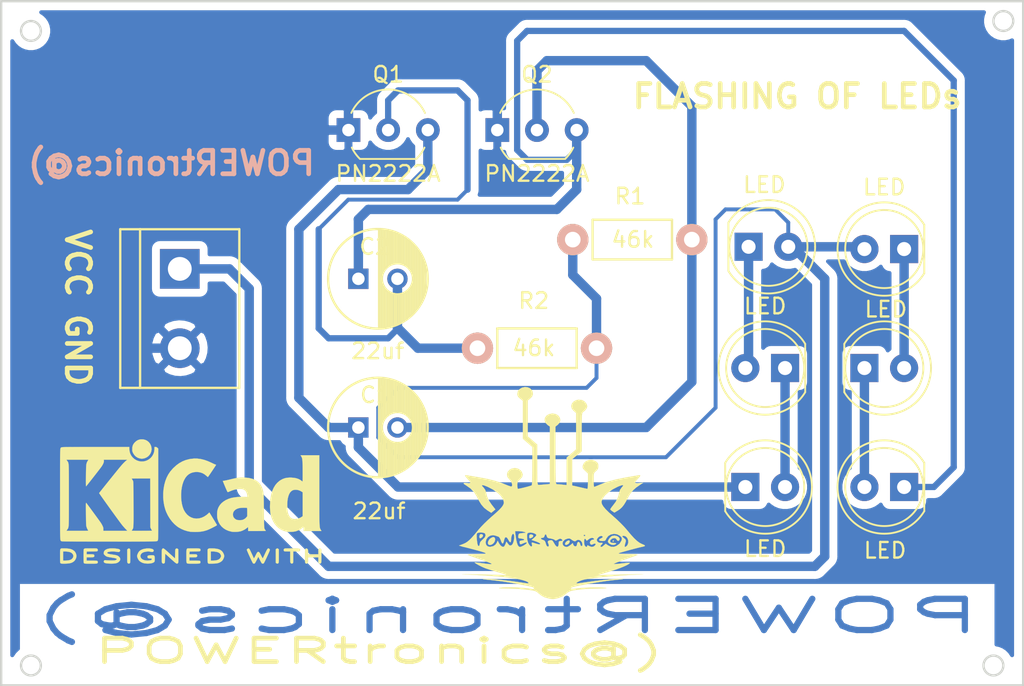
<source format=kicad_pcb>
(kicad_pcb (version 20171130) (host pcbnew "(5.1.6)-1")

  (general
    (thickness 1.6)
    (drawings 13)
    (tracks 94)
    (zones 0)
    (modules 15)
    (nets 11)
  )

  (page A4)
  (layers
    (0 F.Cu signal)
    (31 B.Cu signal)
    (32 B.Adhes user)
    (33 F.Adhes user)
    (34 B.Paste user)
    (35 F.Paste user)
    (36 B.SilkS user)
    (37 F.SilkS user)
    (38 B.Mask user)
    (39 F.Mask user)
    (40 Dwgs.User user)
    (41 Cmts.User user)
    (42 Eco1.User user)
    (43 Eco2.User user)
    (44 Edge.Cuts user)
    (45 Margin user)
    (46 B.CrtYd user)
    (47 F.CrtYd user)
    (48 B.Fab user)
    (49 F.Fab user)
  )

  (setup
    (last_trace_width 0.25)
    (user_trace_width 0.4)
    (user_trace_width 0.6)
    (user_trace_width 0.8)
    (user_trace_width 1)
    (user_trace_width 1.2)
    (user_trace_width 1.4)
    (user_trace_width 5)
    (trace_clearance 0.2)
    (zone_clearance 0.508)
    (zone_45_only yes)
    (trace_min 0.2)
    (via_size 0.6)
    (via_drill 0.4)
    (via_min_size 0.4)
    (via_min_drill 0.3)
    (uvia_size 0.3)
    (uvia_drill 0.1)
    (uvias_allowed no)
    (uvia_min_size 0.2)
    (uvia_min_drill 0.1)
    (edge_width 0.15)
    (segment_width 0.2)
    (pcb_text_width 0.3)
    (pcb_text_size 1.5 1.5)
    (mod_edge_width 0.15)
    (mod_text_size 1 1)
    (mod_text_width 0.15)
    (pad_size 1.524 1.524)
    (pad_drill 0.762)
    (pad_to_mask_clearance 0.2)
    (aux_axis_origin 0 0)
    (grid_origin 144.78 90.805)
    (visible_elements 7FFFFFFF)
    (pcbplotparams
      (layerselection 0x00030_ffffffff)
      (usegerberextensions false)
      (usegerberattributes true)
      (usegerberadvancedattributes true)
      (creategerberjobfile true)
      (excludeedgelayer true)
      (linewidth 0.100000)
      (plotframeref false)
      (viasonmask false)
      (mode 1)
      (useauxorigin false)
      (hpglpennumber 1)
      (hpglpenspeed 20)
      (hpglpendiameter 15.000000)
      (psnegative false)
      (psa4output false)
      (plotreference true)
      (plotvalue true)
      (plotinvisibletext false)
      (padsonsilk false)
      (subtractmaskfromsilk false)
      (outputformat 1)
      (mirror false)
      (drillshape 0)
      (scaleselection 1)
      (outputdirectory "C:/Users/Meena/Desktop/all icons and files/MINI PROJECTS/FLASHING LEDS/"))
  )

  (net 0 "")
  (net 1 "Net-(C1-Pad2)")
  (net 2 "Net-(C1-Pad1)")
  (net 3 "Net-(C2-Pad2)")
  (net 4 "Net-(C2-Pad1)")
  (net 5 "Net-(D1-Pad1)")
  (net 6 "Net-(D1-Pad2)")
  (net 7 "Net-(D2-Pad1)")
  (net 8 "Net-(D4-Pad1)")
  (net 9 "Net-(D5-Pad1)")
  (net 10 "Net-(J1-Pad2)")

  (net_class Default "This is the default net class."
    (clearance 0.2)
    (trace_width 0.25)
    (via_dia 0.6)
    (via_drill 0.4)
    (uvia_dia 0.3)
    (uvia_drill 0.1)
    (add_net "Net-(C1-Pad1)")
    (add_net "Net-(C1-Pad2)")
    (add_net "Net-(C2-Pad1)")
    (add_net "Net-(C2-Pad2)")
    (add_net "Net-(D1-Pad1)")
    (add_net "Net-(D1-Pad2)")
    (add_net "Net-(D2-Pad1)")
    (add_net "Net-(D4-Pad1)")
    (add_net "Net-(D5-Pad1)")
    (add_net "Net-(J1-Pad2)")
  )

  (module Symbol:KiCad-Logo2_8mm_SilkScreen (layer F.Cu) (tedit 0) (tstamp 5F561447)
    (at 137.22 122.195)
    (descr "KiCad Logo")
    (tags "Logo KiCad")
    (attr virtual)
    (fp_text reference REF** (at 0 0) (layer F.SilkS) hide
      (effects (font (size 1 1) (thickness 0.15)))
    )
    (fp_text value KiCad-Logo2_8mm_SilkScreen (at 38.75 -14.54) (layer F.Fab) hide
      (effects (font (size 1 1) (thickness 0.15)))
    )
    (fp_poly (pts (xy -8.149754 3.020945) (xy -8.097189 3.02148) (xy -7.943165 3.025196) (xy -7.814171 3.036235)
      (xy -7.705809 3.055782) (xy -7.613684 3.085019) (xy -7.533399 3.125133) (xy -7.460558 3.177305)
      (xy -7.434541 3.199969) (xy -7.391383 3.252998) (xy -7.352467 3.324957) (xy -7.322473 3.40472)
      (xy -7.306081 3.481161) (xy -7.304378 3.509408) (xy -7.315051 3.58771) (xy -7.343653 3.673241)
      (xy -7.385057 3.754199) (xy -7.434141 3.818782) (xy -7.442113 3.826574) (xy -7.509646 3.881344)
      (xy -7.583598 3.924099) (xy -7.668234 3.955959) (xy -7.767817 3.978044) (xy -7.886612 3.991474)
      (xy -8.02888 3.99737) (xy -8.094046 3.99787) (xy -8.176901 3.997471) (xy -8.235169 3.995802)
      (xy -8.274316 3.992158) (xy -8.299809 3.985829) (xy -8.317114 3.97611) (xy -8.32639 3.96781)
      (xy -8.335152 3.957728) (xy -8.342025 3.944721) (xy -8.347238 3.925305) (xy -8.351019 3.895996)
      (xy -8.353597 3.853309) (xy -8.3552 3.793761) (xy -8.356057 3.713866) (xy -8.356397 3.610141)
      (xy -8.356449 3.509408) (xy -8.35678 3.375055) (xy -8.356708 3.267728) (xy -8.35543 3.216331)
      (xy -8.161065 3.216331) (xy -8.161065 3.802485) (xy -8.037071 3.802371) (xy -7.962461 3.800232)
      (xy -7.884318 3.794719) (xy -7.81912 3.787008) (xy -7.817136 3.786691) (xy -7.711763 3.761214)
      (xy -7.630032 3.721536) (xy -7.567862 3.665074) (xy -7.52836 3.603942) (xy -7.50402 3.536129)
      (xy -7.505907 3.472455) (xy -7.534155 3.404201) (xy -7.589408 3.333592) (xy -7.665973 3.281271)
      (xy -7.765495 3.246299) (xy -7.832007 3.233922) (xy -7.907507 3.22523) (xy -7.987525 3.21894)
      (xy -8.055584 3.216324) (xy -8.059615 3.216312) (xy -8.161065 3.216331) (xy -8.35543 3.216331)
      (xy -8.354636 3.184417) (xy -8.348961 3.122115) (xy -8.338087 3.077811) (xy -8.320414 3.048496)
      (xy -8.294343 3.031161) (xy -8.258275 3.022797) (xy -8.210612 3.020395) (xy -8.149754 3.020945)) (layer F.SilkS) (width 0.01))
    (fp_poly (pts (xy -6.27443 3.021052) (xy -6.182022 3.021548) (xy -6.112273 3.022701) (xy -6.061483 3.02478)
      (xy -6.025951 3.028051) (xy -6.001978 3.032783) (xy -5.985864 3.039243) (xy -5.973909 3.047699)
      (xy -5.969579 3.051591) (xy -5.943251 3.09294) (xy -5.938511 3.140452) (xy -5.95583 3.182631)
      (xy -5.963839 3.191156) (xy -5.976792 3.199421) (xy -5.997648 3.205797) (xy -6.030276 3.210595)
      (xy -6.078542 3.214124) (xy -6.146314 3.216694) (xy -6.23746 3.218617) (xy -6.320791 3.219787)
      (xy -6.650592 3.223846) (xy -6.659606 3.396686) (xy -6.435742 3.396686) (xy -6.338554 3.397525)
      (xy -6.267403 3.401032) (xy -6.218291 3.408695) (xy -6.187217 3.422003) (xy -6.170184 3.442441)
      (xy -6.163192 3.471499) (xy -6.16213 3.498467) (xy -6.16543 3.531557) (xy -6.177883 3.55594)
      (xy -6.20332 3.572889) (xy -6.245571 3.583679) (xy -6.308466 3.589584) (xy -6.395835 3.591877)
      (xy -6.443521 3.592071) (xy -6.658106 3.592071) (xy -6.658106 3.802485) (xy -6.327455 3.802485)
      (xy -6.21907 3.802636) (xy -6.136697 3.803314) (xy -6.076289 3.804856) (xy -6.033799 3.807599)
      (xy -6.005181 3.811881) (xy -5.986388 3.818039) (xy -5.973374 3.826409) (xy -5.966745 3.832544)
      (xy -5.944007 3.868349) (xy -5.936686 3.900177) (xy -5.947139 3.939054) (xy -5.966745 3.96781)
      (xy -5.977205 3.976863) (xy -5.990708 3.983893) (xy -6.010886 3.989154) (xy -6.041371 3.992901)
      (xy -6.085795 3.99539) (xy -6.147791 3.996875) (xy -6.230991 3.997611) (xy -6.339027 3.997854)
      (xy -6.395089 3.99787) (xy -6.515144 3.997763) (xy -6.608774 3.997275) (xy -6.679609 3.996149)
      (xy -6.731281 3.994131) (xy -6.767423 3.990966) (xy -6.791668 3.986399) (xy -6.807647 3.980176)
      (xy -6.818993 3.97204) (xy -6.823432 3.96781) (xy -6.832217 3.957696) (xy -6.839104 3.944648)
      (xy -6.844321 3.92517) (xy -6.848099 3.895764) (xy -6.85067 3.852934) (xy -6.852264 3.793184)
      (xy -6.853111 3.713017) (xy -6.853442 3.608937) (xy -6.853491 3.512028) (xy -6.853446 3.387923)
      (xy -6.853134 3.290366) (xy -6.852288 3.215846) (xy -6.850642 3.160851) (xy -6.847929 3.12187)
      (xy -6.843883 3.095393) (xy -6.838237 3.077906) (xy -6.830726 3.0659) (xy -6.821082 3.055863)
      (xy -6.818706 3.053626) (xy -6.807175 3.043719) (xy -6.793778 3.036048) (xy -6.774796 3.030326)
      (xy -6.746515 3.026268) (xy -6.705218 3.023588) (xy -6.647188 3.022002) (xy -6.568709 3.021224)
      (xy -6.466066 3.020968) (xy -6.393196 3.020946) (xy -6.27443 3.021052)) (layer F.SilkS) (width 0.01))
    (fp_poly (pts (xy -4.914988 3.022657) (xy -4.815383 3.02962) (xy -4.722744 3.040495) (xy -4.642458 3.054874)
      (xy -4.579908 3.072346) (xy -4.540481 3.092502) (xy -4.534429 3.098435) (xy -4.513384 3.144475)
      (xy -4.519766 3.19174) (xy -4.552407 3.232178) (xy -4.553964 3.233337) (xy -4.573163 3.245797)
      (xy -4.593205 3.252349) (xy -4.62116 3.253144) (xy -4.664099 3.248336) (xy -4.729091 3.238075)
      (xy -4.734319 3.237211) (xy -4.831161 3.225314) (xy -4.935644 3.219445) (xy -5.040435 3.219388)
      (xy -5.138202 3.224927) (xy -5.221612 3.235845) (xy -5.283333 3.251925) (xy -5.287388 3.253541)
      (xy -5.332164 3.278629) (xy -5.347896 3.304018) (xy -5.33558 3.328987) (xy -5.296215 3.352816)
      (xy -5.230798 3.374782) (xy -5.140326 3.394166) (xy -5.08 3.403498) (xy -4.9546 3.421449)
      (xy -4.854865 3.437859) (xy -4.776546 3.454148) (xy -4.715393 3.471738) (xy -4.667159 3.492049)
      (xy -4.627595 3.516503) (xy -4.592452 3.54652) (xy -4.564211 3.575996) (xy -4.530708 3.617067)
      (xy -4.514219 3.652382) (xy -4.509063 3.695893) (xy -4.508876 3.711828) (xy -4.512748 3.764705)
      (xy -4.528227 3.804043) (xy -4.555015 3.83896) (xy -4.609459 3.892334) (xy -4.67017 3.933038)
      (xy -4.741658 3.9624) (xy -4.828436 3.981747) (xy -4.935014 3.992406) (xy -5.065903 3.995705)
      (xy -5.087515 3.995649) (xy -5.174798 3.99384) (xy -5.261359 3.989729) (xy -5.337762 3.983906)
      (xy -5.39457 3.976961) (xy -5.399164 3.976164) (xy -5.455645 3.962784) (xy -5.503552 3.945882)
      (xy -5.530673 3.930431) (xy -5.555911 3.889666) (xy -5.557669 3.842198) (xy -5.535912 3.799895)
      (xy -5.531044 3.795112) (xy -5.510922 3.780899) (xy -5.485758 3.774776) (xy -5.446813 3.775818)
      (xy -5.399535 3.781234) (xy -5.346705 3.786073) (xy -5.272648 3.790155) (xy -5.186191 3.793118)
      (xy -5.096163 3.794597) (xy -5.072485 3.794694) (xy -4.982122 3.79433) (xy -4.915989 3.792576)
      (xy -4.868267 3.788823) (xy -4.833138 3.782463) (xy -4.804782 3.772887) (xy -4.787741 3.764911)
      (xy -4.750296 3.742765) (xy -4.726421 3.722708) (xy -4.722932 3.717023) (xy -4.730293 3.693545)
      (xy -4.765287 3.670817) (xy -4.825488 3.64987) (xy -4.908471 3.631736) (xy -4.93292 3.627697)
      (xy -5.060622 3.607639) (xy -5.16254 3.590874) (xy -5.242606 3.576183) (xy -5.304754 3.562348)
      (xy -5.352918 3.548151) (xy -5.391032 3.532373) (xy -5.42303 3.513796) (xy -5.452844 3.491202)
      (xy -5.48441 3.463373) (xy -5.495032 3.453616) (xy -5.532273 3.417202) (xy -5.551987 3.388352)
      (xy -5.559699 3.355338) (xy -5.560947 3.313735) (xy -5.547215 3.232151) (xy -5.506178 3.162834)
      (xy -5.43807 3.106008) (xy -5.343127 3.061897) (xy -5.275384 3.042112) (xy -5.201759 3.029333)
      (xy -5.113561 3.022104) (xy -5.016176 3.020015) (xy -4.914988 3.022657)) (layer F.SilkS) (width 0.01))
    (fp_poly (pts (xy -3.892663 3.051006) (xy -3.883901 3.061088) (xy -3.877028 3.074095) (xy -3.871815 3.093511)
      (xy -3.868034 3.12282) (xy -3.865456 3.165507) (xy -3.863853 3.225055) (xy -3.862995 3.30495)
      (xy -3.862656 3.408676) (xy -3.862603 3.509408) (xy -3.862696 3.634352) (xy -3.863127 3.732721)
      (xy -3.864123 3.808001) (xy -3.865915 3.863674) (xy -3.868729 3.903226) (xy -3.872796 3.930141)
      (xy -3.878342 3.947903) (xy -3.885597 3.959997) (xy -3.892663 3.96781) (xy -3.936602 3.994012)
      (xy -3.98342 3.991661) (xy -4.025309 3.963084) (xy -4.034934 3.951927) (xy -4.042455 3.938983)
      (xy -4.048134 3.920672) (xy -4.052227 3.893418) (xy -4.054995 3.85364) (xy -4.056696 3.797762)
      (xy -4.057589 3.722204) (xy -4.057933 3.623388) (xy -4.057988 3.511514) (xy -4.057988 3.094728)
      (xy -4.021097 3.057837) (xy -3.975625 3.0268) (xy -3.931516 3.025681) (xy -3.892663 3.051006)) (layer F.SilkS) (width 0.01))
    (fp_poly (pts (xy -2.596262 3.028312) (xy -2.505041 3.043618) (xy -2.434982 3.067411) (xy -2.389404 3.09874)
      (xy -2.376984 3.116614) (xy -2.364354 3.158185) (xy -2.372853 3.195792) (xy -2.399685 3.231455)
      (xy -2.441376 3.248139) (xy -2.50187 3.246784) (xy -2.548659 3.237745) (xy -2.652628 3.220523)
      (xy -2.75888 3.218887) (xy -2.877809 3.232865) (xy -2.91066 3.238788) (xy -3.021245 3.269967)
      (xy -3.107759 3.316346) (xy -3.169253 3.377135) (xy -3.204778 3.451544) (xy -3.212125 3.490014)
      (xy -3.207316 3.568063) (xy -3.176266 3.637117) (xy -3.121806 3.695829) (xy -3.046764 3.742853)
      (xy -2.95397 3.776843) (xy -2.846252 3.796454) (xy -2.726441 3.800341) (xy -2.597365 3.787156)
      (xy -2.590077 3.785912) (xy -2.538738 3.77635) (xy -2.510272 3.767114) (xy -2.497934 3.753409)
      (xy -2.494978 3.730442) (xy -2.494911 3.718279) (xy -2.494911 3.667219) (xy -2.586077 3.667219)
      (xy -2.666582 3.661704) (xy -2.721521 3.64413) (xy -2.753486 3.612953) (xy -2.765072 3.56663)
      (xy -2.765213 3.560584) (xy -2.758435 3.520989) (xy -2.735191 3.492717) (xy -2.69193 3.474007)
      (xy -2.625101 3.4631) (xy -2.56037 3.45909) (xy -2.466287 3.456789) (xy -2.398044 3.4603)
      (xy -2.351501 3.473255) (xy -2.322518 3.499286) (xy -2.306955 3.542027) (xy -2.300671 3.60511)
      (xy -2.299526 3.687964) (xy -2.301402 3.780446) (xy -2.307046 3.843354) (xy -2.316482 3.876939)
      (xy -2.318313 3.879569) (xy -2.370125 3.921534) (xy -2.44609 3.954768) (xy -2.541392 3.978559)
      (xy -2.651216 3.992199) (xy -2.770746 3.994978) (xy -2.895166 3.986185) (xy -2.968343 3.975385)
      (xy -3.08312 3.942898) (xy -3.189796 3.889786) (xy -3.279111 3.820855) (xy -3.292686 3.807078)
      (xy -3.336792 3.749158) (xy -3.376589 3.677376) (xy -3.407427 3.602119) (xy -3.424657 3.533777)
      (xy -3.426734 3.507529) (xy -3.417893 3.452777) (xy -3.394395 3.384655) (xy -3.360749 3.31295)
      (xy -3.321464 3.247449) (xy -3.286755 3.203698) (xy -3.205603 3.138619) (xy -3.100698 3.086821)
      (xy -2.9758 3.049474) (xy -2.834667 3.027753) (xy -2.705325 3.022445) (xy -2.596262 3.028312)) (layer F.SilkS) (width 0.01))
    (fp_poly (pts (xy -1.73092 3.02678) (xy -1.699545 3.045185) (xy -1.658522 3.075285) (xy -1.605724 3.118496)
      (xy -1.539025 3.176238) (xy -1.456299 3.249928) (xy -1.35542 3.340984) (xy -1.239941 3.445674)
      (xy -0.999467 3.663743) (xy -0.991952 3.371044) (xy -0.989239 3.27029) (xy -0.986622 3.195258)
      (xy -0.98352 3.14162) (xy -0.979356 3.105046) (xy -0.973551 3.081207) (xy -0.965524 3.065774)
      (xy -0.954697 3.054418) (xy -0.948956 3.049646) (xy -0.902983 3.024413) (xy -0.859237 3.028102)
      (xy -0.824535 3.049659) (xy -0.789053 3.078371) (xy -0.78464 3.497686) (xy -0.783419 3.621007)
      (xy -0.782797 3.717884) (xy -0.78299 3.79193) (xy -0.784214 3.846757) (xy -0.786684 3.885979)
      (xy -0.790614 3.913209) (xy -0.79622 3.932059) (xy -0.803718 3.946141) (xy -0.812033 3.957435)
      (xy -0.830022 3.978382) (xy -0.847921 3.992267) (xy -0.868212 3.997596) (xy -0.893378 3.992876)
      (xy -0.9259 3.976613) (xy -0.968263 3.947313) (xy -1.022948 3.903482) (xy -1.092437 3.843627)
      (xy -1.179215 3.766254) (xy -1.277515 3.67735) (xy -1.63071 3.356971) (xy -1.638225 3.648713)
      (xy -1.640943 3.749283) (xy -1.643567 3.82414) (xy -1.646679 3.87762) (xy -1.650862 3.914062)
      (xy -1.656697 3.937804) (xy -1.664766 3.953182) (xy -1.675651 3.964536) (xy -1.681221 3.969162)
      (xy -1.730456 3.994578) (xy -1.776977 3.990745) (xy -1.817489 3.958269) (xy -1.826756 3.945203)
      (xy -1.833979 3.929945) (xy -1.839412 3.908832) (xy -1.843308 3.878205) (xy -1.845921 3.834402)
      (xy -1.847507 3.773763) (xy -1.848318 3.692627) (xy -1.848608 3.587333) (xy -1.848639 3.509408)
      (xy -1.848541 3.387524) (xy -1.848079 3.292039) (xy -1.846997 3.219291) (xy -1.845043 3.165619)
      (xy -1.841962 3.127363) (xy -1.8375 3.100863) (xy -1.831403 3.082456) (xy -1.823417 3.068484)
      (xy -1.817489 3.060547) (xy -1.802462 3.041748) (xy -1.788418 3.027553) (xy -1.77323 3.019382)
      (xy -1.754773 3.018652) (xy -1.73092 3.02678)) (layer F.SilkS) (width 0.01))
    (fp_poly (pts (xy 0.30667 3.021203) (xy 0.408331 3.02242) (xy 0.486236 3.025266) (xy 0.543535 3.03041)
      (xy 0.583381 3.03852) (xy 0.608922 3.050267) (xy 0.623311 3.066318) (xy 0.629699 3.087344)
      (xy 0.631235 3.114012) (xy 0.631243 3.117162) (xy 0.629909 3.147326) (xy 0.623605 3.170639)
      (xy 0.608876 3.188042) (xy 0.582269 3.200476) (xy 0.540328 3.208881) (xy 0.4796 3.214201)
      (xy 0.39663 3.217375) (xy 0.287965 3.219345) (xy 0.254659 3.219781) (xy -0.067633 3.223846)
      (xy -0.07214 3.310266) (xy -0.076648 3.396686) (xy 0.147217 3.396686) (xy 0.234675 3.397009)
      (xy 0.297123 3.398373) (xy 0.339608 3.401375) (xy 0.367177 3.406609) (xy 0.384876 3.414671)
      (xy 0.397751 3.426156) (xy 0.397834 3.426247) (xy 0.421184 3.471007) (xy 0.42034 3.519383)
      (xy 0.395833 3.560622) (xy 0.390983 3.564861) (xy 0.373769 3.575785) (xy 0.35018 3.583385)
      (xy 0.314961 3.588233) (xy 0.262854 3.590902) (xy 0.188604 3.591964) (xy 0.141116 3.592071)
      (xy -0.075148 3.592071) (xy -0.075148 3.802485) (xy 0.253174 3.802485) (xy 0.361572 3.802675)
      (xy 0.443889 3.80345) (xy 0.504103 3.80512) (xy 0.546189 3.807994) (xy 0.574125 3.812383)
      (xy 0.591888 3.818595) (xy 0.603454 3.82694) (xy 0.606369 3.82997) (xy 0.62789 3.87197)
      (xy 0.629464 3.91975) (xy 0.611809 3.961178) (xy 0.597839 3.974473) (xy 0.583308 3.981792)
      (xy 0.560792 3.987455) (xy 0.52673 3.991659) (xy 0.477561 3.994604) (xy 0.409722 3.996487)
      (xy 0.319652 3.997506) (xy 0.203791 3.997861) (xy 0.177597 3.99787) (xy 0.059793 3.997792)
      (xy -0.03165 3.997367) (xy -0.100432 3.996302) (xy -0.15025 3.994305) (xy -0.184806 3.991086)
      (xy -0.207796 3.986352) (xy -0.22292 3.979813) (xy -0.233877 3.971177) (xy -0.239888 3.964976)
      (xy -0.248936 3.953993) (xy -0.256004 3.940388) (xy -0.261337 3.920592) (xy -0.265178 3.891038)
      (xy -0.267771 3.848157) (xy -0.269359 3.788381) (xy -0.270185 3.708143) (xy -0.270494 3.603875)
      (xy -0.270532 3.516116) (xy -0.270438 3.393144) (xy -0.269989 3.296605) (xy -0.268938 3.222875)
      (xy -0.267036 3.168326) (xy -0.264037 3.129335) (xy -0.259691 3.102275) (xy -0.253752 3.08352)
      (xy -0.245971 3.069446) (xy -0.239382 3.060547) (xy -0.208232 3.020946) (xy 0.178102 3.020946)
      (xy 0.30667 3.021203)) (layer F.SilkS) (width 0.01))
    (fp_poly (pts (xy 1.355737 3.021223) (xy 1.527455 3.027029) (xy 1.673509 3.044637) (xy 1.796307 3.075099)
      (xy 1.898257 3.119471) (xy 1.981768 3.178807) (xy 2.049247 3.25416) (xy 2.103103 3.346586)
      (xy 2.104162 3.34884) (xy 2.136303 3.43156) (xy 2.147755 3.50482) (xy 2.138474 3.578548)
      (xy 2.108415 3.662671) (xy 2.102715 3.675473) (xy 2.063839 3.750398) (xy 2.020149 3.808293)
      (xy 1.96376 3.857508) (xy 1.886792 3.906393) (xy 1.88232 3.908945) (xy 1.815317 3.941131)
      (xy 1.739585 3.965168) (xy 1.650258 3.981887) (xy 1.542469 3.992115) (xy 1.411352 3.996682)
      (xy 1.365026 3.997079) (xy 1.14443 3.99787) (xy 1.11328 3.958269) (xy 1.10404 3.945247)
      (xy 1.096832 3.93004) (xy 1.091404 3.909002) (xy 1.087505 3.878486) (xy 1.084883 3.834847)
      (xy 1.084028 3.802485) (xy 1.292545 3.802485) (xy 1.417536 3.802485) (xy 1.490677 3.800346)
      (xy 1.565761 3.794717) (xy 1.627384 3.786779) (xy 1.631103 3.786111) (xy 1.740553 3.756748)
      (xy 1.825448 3.712633) (xy 1.888472 3.651719) (xy 1.932314 3.57196) (xy 1.939937 3.55082)
      (xy 1.94741 3.517898) (xy 1.944175 3.485372) (xy 1.928433 3.4421) (xy 1.918944 3.420843)
      (xy 1.887871 3.364356) (xy 1.850433 3.324727) (xy 1.809241 3.29713) (xy 1.72673 3.261218)
      (xy 1.621133 3.235204) (xy 1.498118 3.220224) (xy 1.409024 3.216928) (xy 1.292545 3.216331)
      (xy 1.292545 3.802485) (xy 1.084028 3.802485) (xy 1.083286 3.774436) (xy 1.082464 3.693608)
      (xy 1.082164 3.588717) (xy 1.08213 3.506698) (xy 1.08213 3.094728) (xy 1.119021 3.057837)
      (xy 1.135394 3.042884) (xy 1.153097 3.032644) (xy 1.177819 3.026237) (xy 1.215248 3.022783)
      (xy 1.271073 3.021403) (xy 1.350982 3.021217) (xy 1.355737 3.021223)) (layer F.SilkS) (width 0.01))
    (fp_poly (pts (xy 4.985501 3.023566) (xy 5.011582 3.032886) (xy 5.012588 3.033342) (xy 5.048006 3.06037)
      (xy 5.06752 3.088172) (xy 5.071338 3.101208) (xy 5.071149 3.118528) (xy 5.065776 3.143203)
      (xy 5.054042 3.1783) (xy 5.034767 3.226889) (xy 5.006776 3.292038) (xy 4.96889 3.376817)
      (xy 4.919932 3.484295) (xy 4.892985 3.543039) (xy 4.844324 3.647909) (xy 4.798644 3.74435)
      (xy 4.757688 3.828834) (xy 4.7232 3.897836) (xy 4.696923 3.94783) (xy 4.6806 3.97529)
      (xy 4.67737 3.979083) (xy 4.636043 3.995816) (xy 4.589363 3.993575) (xy 4.551924 3.973223)
      (xy 4.550398 3.971568) (xy 4.535505 3.949022) (xy 4.510523 3.905107) (xy 4.478533 3.845476)
      (xy 4.442614 3.775782) (xy 4.429706 3.750099) (xy 4.332268 3.554933) (xy 4.22606 3.766943)
      (xy 4.188151 3.840197) (xy 4.152981 3.903726) (xy 4.123422 3.952667) (xy 4.102348 3.982158)
      (xy 4.095206 3.988412) (xy 4.039692 3.996881) (xy 3.993883 3.979083) (xy 3.980408 3.960061)
      (xy 3.95709 3.917785) (xy 3.925831 3.856416) (xy 3.888534 3.780112) (xy 3.8471 3.693035)
      (xy 3.803432 3.599343) (xy 3.759432 3.503197) (xy 3.717002 3.408757) (xy 3.678044 3.320181)
      (xy 3.644461 3.241632) (xy 3.618155 3.177267) (xy 3.601028 3.131247) (xy 3.594983 3.107733)
      (xy 3.595045 3.106881) (xy 3.609754 3.077292) (xy 3.639156 3.047156) (xy 3.640887 3.045844)
      (xy 3.677024 3.025418) (xy 3.710448 3.025616) (xy 3.722976 3.029467) (xy 3.738241 3.037789)
      (xy 3.754452 3.054161) (xy 3.773553 3.081978) (xy 3.797489 3.124636) (xy 3.828205 3.185531)
      (xy 3.867645 3.268061) (xy 3.903212 3.344243) (xy 3.944131 3.43255) (xy 3.980798 3.511962)
      (xy 4.011308 3.578332) (xy 4.033756 3.627511) (xy 4.046237 3.655349) (xy 4.048057 3.659704)
      (xy 4.056244 3.652585) (xy 4.075059 3.622777) (xy 4.102 3.574632) (xy 4.134562 3.512499)
      (xy 4.14752 3.486864) (xy 4.191414 3.400301) (xy 4.225265 3.337261) (xy 4.251851 3.294078)
      (xy 4.273949 3.267088) (xy 4.294338 3.252624) (xy 4.315794 3.247023) (xy 4.329777 3.24639)
      (xy 4.354442 3.248576) (xy 4.376056 3.257615) (xy 4.397532 3.277233) (xy 4.421784 3.311153)
      (xy 4.451724 3.363098) (xy 4.490267 3.436794) (xy 4.511532 3.478716) (xy 4.546026 3.54553)
      (xy 4.57611 3.600937) (xy 4.599131 3.640263) (xy 4.612434 3.658832) (xy 4.614243 3.659605)
      (xy 4.622834 3.644991) (xy 4.642068 3.607043) (xy 4.670019 3.549732) (xy 4.704761 3.477032)
      (xy 4.744367 3.392912) (xy 4.76385 3.35113) (xy 4.814534 3.243299) (xy 4.855347 3.160326)
      (xy 4.888408 3.099502) (xy 4.915835 3.058121) (xy 4.939746 3.033476) (xy 4.962262 3.02286)
      (xy 4.985501 3.023566)) (layer F.SilkS) (width 0.01))
    (fp_poly (pts (xy 5.576558 3.030013) (xy 5.608128 3.049678) (xy 5.64361 3.078409) (xy 5.64361 3.506502)
      (xy 5.643497 3.631726) (xy 5.643013 3.730383) (xy 5.64194 3.805966) (xy 5.640062 3.861969)
      (xy 5.63716 3.901883) (xy 5.633017 3.929202) (xy 5.627416 3.947417) (xy 5.620139 3.960022)
      (xy 5.614978 3.966232) (xy 5.573122 3.993516) (xy 5.525459 3.992403) (xy 5.483707 3.969138)
      (xy 5.448225 3.940407) (xy 5.448225 3.078409) (xy 5.483707 3.049678) (xy 5.517952 3.028778)
      (xy 5.545917 3.020946) (xy 5.576558 3.030013)) (layer F.SilkS) (width 0.01))
    (fp_poly (pts (xy 6.607631 3.021075) (xy 6.712419 3.021579) (xy 6.793753 3.022632) (xy 6.854934 3.024412)
      (xy 6.899265 3.027093) (xy 6.930048 3.03085) (xy 6.950585 3.035861) (xy 6.964179 3.042299)
      (xy 6.970757 3.047248) (xy 7.004898 3.090565) (xy 7.009028 3.135539) (xy 6.98793 3.176396)
      (xy 6.974133 3.192722) (xy 6.959286 3.203854) (xy 6.937769 3.210786) (xy 6.903962 3.214513)
      (xy 6.852246 3.21603) (xy 6.777001 3.21633) (xy 6.762223 3.216331) (xy 6.567929 3.216331)
      (xy 6.567929 3.577041) (xy 6.567801 3.690737) (xy 6.56722 3.778221) (xy 6.56589 3.843338)
      (xy 6.563514 3.889934) (xy 6.559798 3.921855) (xy 6.554446 3.942948) (xy 6.547161 3.957059)
      (xy 6.53787 3.96781) (xy 6.494025 3.994232) (xy 6.448254 3.99215) (xy 6.406744 3.962005)
      (xy 6.403695 3.958269) (xy 6.393766 3.944146) (xy 6.386202 3.927622) (xy 6.380683 3.904682)
      (xy 6.376887 3.871309) (xy 6.374496 3.823491) (xy 6.373188 3.75721) (xy 6.372645 3.668454)
      (xy 6.372545 3.567499) (xy 6.372545 3.216331) (xy 6.187004 3.216331) (xy 6.107381 3.215792)
      (xy 6.052258 3.213693) (xy 6.016086 3.209307) (xy 5.993316 3.201912) (xy 5.978401 3.190781)
      (xy 5.97659 3.188846) (xy 5.954812 3.144593) (xy 5.956738 3.094565) (xy 5.981775 3.051006)
      (xy 5.991458 3.042556) (xy 6.003942 3.035857) (xy 6.022557 3.030705) (xy 6.050631 3.026897)
      (xy 6.091495 3.024233) (xy 6.148476 3.022508) (xy 6.224906 3.02152) (xy 6.324111 3.021068)
      (xy 6.449423 3.020948) (xy 6.476087 3.020946) (xy 6.607631 3.021075)) (layer F.SilkS) (width 0.01))
    (fp_poly (pts (xy 8.292813 3.028224) (xy 8.334589 3.057837) (xy 8.371479 3.094728) (xy 8.371479 3.506698)
      (xy 8.371383 3.629022) (xy 8.370926 3.724934) (xy 8.369857 3.79808) (xy 8.367925 3.852106)
      (xy 8.364877 3.890659) (xy 8.360463 3.917384) (xy 8.35443 3.93593) (xy 8.346528 3.949941)
      (xy 8.340329 3.958269) (xy 8.299415 3.990985) (xy 8.252436 3.994536) (xy 8.209498 3.974473)
      (xy 8.19531 3.962628) (xy 8.185826 3.946894) (xy 8.180105 3.921558) (xy 8.177207 3.880906)
      (xy 8.176192 3.819224) (xy 8.176095 3.771574) (xy 8.176095 3.592071) (xy 7.514793 3.592071)
      (xy 7.514793 3.755369) (xy 7.514109 3.830041) (xy 7.511373 3.88136) (xy 7.505558 3.916013)
      (xy 7.495638 3.940691) (xy 7.483643 3.958269) (xy 7.4425 3.990893) (xy 7.395971 3.994756)
      (xy 7.351427 3.971568) (xy 7.339266 3.959412) (xy 7.330677 3.943297) (xy 7.325012 3.918196)
      (xy 7.321623 3.87908) (xy 7.319862 3.820922) (xy 7.319082 3.738694) (xy 7.31899 3.719822)
      (xy 7.318346 3.564893) (xy 7.318014 3.43721) (xy 7.318122 3.333963) (xy 7.318799 3.252339)
      (xy 7.320172 3.189528) (xy 7.32237 3.142717) (xy 7.32552 3.109095) (xy 7.329752 3.085851)
      (xy 7.335192 3.070172) (xy 7.341969 3.059247) (xy 7.349468 3.051006) (xy 7.391887 3.024643)
      (xy 7.436126 3.028224) (xy 7.477902 3.057837) (xy 7.494807 3.076943) (xy 7.505583 3.098047)
      (xy 7.511595 3.128104) (xy 7.51421 3.174069) (xy 7.514793 3.242896) (xy 7.514793 3.396686)
      (xy 8.176095 3.396686) (xy 8.176095 3.238875) (xy 8.17677 3.166172) (xy 8.17948 3.117081)
      (xy 8.185255 3.085172) (xy 8.195123 3.064014) (xy 8.206154 3.051006) (xy 8.248573 3.024643)
      (xy 8.292813 3.028224)) (layer F.SilkS) (width 0.01))
    (fp_poly (pts (xy -3.922722 -3.342976) (xy -3.908256 -3.191281) (xy -3.866163 -3.047997) (xy -3.798393 -2.916193)
      (xy -3.706899 -2.798942) (xy -3.593635 -2.699313) (xy -3.46451 -2.622271) (xy -3.323028 -2.569521)
      (xy -3.180554 -2.544799) (xy -3.039896 -2.546316) (xy -2.903864 -2.572283) (xy -2.775267 -2.62091)
      (xy -2.656914 -2.690407) (xy -2.551614 -2.778986) (xy -2.462177 -2.884857) (xy -2.391412 -3.00623)
      (xy -2.342129 -3.141317) (xy -2.317135 -3.288326) (xy -2.314556 -3.354756) (xy -2.314556 -3.471835)
      (xy -2.24542 -3.471835) (xy -2.197081 -3.468047) (xy -2.161271 -3.452338) (xy -2.125183 -3.420734)
      (xy -2.074083 -3.369633) (xy -2.074083 -0.451862) (xy -2.074095 -0.102862) (xy -2.074138 0.217332)
      (xy -2.074223 0.509974) (xy -2.074361 0.776318) (xy -2.074562 1.017617) (xy -2.074838 1.235125)
      (xy -2.0752 1.430095) (xy -2.075658 1.60378) (xy -2.076223 1.757435) (xy -2.076906 1.892313)
      (xy -2.077717 2.009668) (xy -2.078669 2.110753) (xy -2.079771 2.196821) (xy -2.081035 2.269127)
      (xy -2.08247 2.328923) (xy -2.084089 2.377464) (xy -2.085902 2.416003) (xy -2.08792 2.445793)
      (xy -2.090154 2.468089) (xy -2.092614 2.484143) (xy -2.095312 2.49521) (xy -2.098258 2.502542)
      (xy -2.099699 2.505005) (xy -2.105241 2.51434) (xy -2.109947 2.522923) (xy -2.115045 2.530784)
      (xy -2.121765 2.537955) (xy -2.131336 2.544467) (xy -2.144986 2.550353) (xy -2.163945 2.555642)
      (xy -2.189442 2.560368) (xy -2.222705 2.56456) (xy -2.264964 2.568251) (xy -2.317448 2.571472)
      (xy -2.381386 2.574254) (xy -2.458007 2.57663) (xy -2.54854 2.578629) (xy -2.654214 2.580284)
      (xy -2.776258 2.581627) (xy -2.915901 2.582687) (xy -3.074372 2.583498) (xy -3.2529 2.58409)
      (xy -3.452715 2.584495) (xy -3.675045 2.584744) (xy -3.921119 2.584869) (xy -4.192166 2.584901)
      (xy -4.489416 2.584871) (xy -4.814097 2.584811) (xy -5.167438 2.584752) (xy -5.218541 2.584746)
      (xy -5.573985 2.584689) (xy -5.900594 2.584595) (xy -6.199592 2.584455) (xy -6.472204 2.584259)
      (xy -6.719653 2.583997) (xy -6.943164 2.58366) (xy -7.14396 2.583239) (xy -7.323266 2.582723)
      (xy -7.482307 2.582104) (xy -7.622306 2.581371) (xy -7.744487 2.580515) (xy -7.850075 2.579526)
      (xy -7.940293 2.578394) (xy -8.016366 2.577111) (xy -8.079519 2.575666) (xy -8.130975 2.574049)
      (xy -8.171958 2.572252) (xy -8.203692 2.570265) (xy -8.227402 2.568077) (xy -8.244312 2.565679)
      (xy -8.255646 2.563063) (xy -8.261448 2.560841) (xy -8.272714 2.556088) (xy -8.283058 2.552578)
      (xy -8.292517 2.549068) (xy -8.301132 2.544313) (xy -8.308942 2.537069) (xy -8.315985 2.526091)
      (xy -8.322302 2.510135) (xy -8.327931 2.487955) (xy -8.332912 2.458309) (xy -8.337284 2.419951)
      (xy -8.341086 2.371637) (xy -8.344358 2.312122) (xy -8.347139 2.240163) (xy -8.349467 2.154513)
      (xy -8.351383 2.053931) (xy -8.352925 1.937169) (xy -8.354134 1.802985) (xy -8.355047 1.650134)
      (xy -8.355705 1.477371) (xy -8.356146 1.283452) (xy -8.356411 1.067133) (xy -8.356536 0.827168)
      (xy -8.356564 0.562314) (xy -8.356533 0.271326) (xy -8.356481 -0.04704) (xy -8.356449 -0.39403)
      (xy -8.356449 -0.450148) (xy -8.356467 -0.800159) (xy -8.356501 -1.121364) (xy -8.356515 -1.415017)
      (xy -8.356476 -1.682372) (xy -8.356351 -1.924683) (xy -8.356103 -2.143203) (xy -8.3557 -2.339187)
      (xy -8.355107 -2.513887) (xy -8.354335 -2.660237) (xy -7.951149 -2.660237) (xy -7.898174 -2.583225)
      (xy -7.883302 -2.562232) (xy -7.869895 -2.543644) (xy -7.857876 -2.52588) (xy -7.84717 -2.507362)
      (xy -7.837703 -2.486509) (xy -7.829397 -2.461743) (xy -7.822178 -2.431483) (xy -7.815969 -2.39415)
      (xy -7.810696 -2.348165) (xy -7.806282 -2.291948) (xy -7.802652 -2.22392) (xy -7.79973 -2.1425)
      (xy -7.797441 -2.04611) (xy -7.795709 -1.93317) (xy -7.794458 -1.802101) (xy -7.793614 -1.651322)
      (xy -7.793099 -1.479254) (xy -7.792839 -1.284319) (xy -7.792757 -1.064935) (xy -7.792779 -0.819524)
      (xy -7.792828 -0.546506) (xy -7.79284 -0.383255) (xy -7.792808 -0.094417) (xy -7.792763 0.165943)
      (xy -7.792779 0.399406) (xy -7.792931 0.607554) (xy -7.793294 0.791969) (xy -7.793943 0.954231)
      (xy -7.794953 1.095922) (xy -7.796399 1.218624) (xy -7.798355 1.323917) (xy -7.800896 1.413383)
      (xy -7.804097 1.488603) (xy -7.808033 1.551159) (xy -7.81278 1.602632) (xy -7.81841 1.644603)
      (xy -7.825001 1.678653) (xy -7.832626 1.706365) (xy -7.84136 1.729318) (xy -7.851279 1.749096)
      (xy -7.862456 1.767278) (xy -7.874967 1.785446) (xy -7.888888 1.805182) (xy -7.896997 1.817019)
      (xy -7.948618 1.893728) (xy -7.240914 1.893728) (xy -7.076826 1.893681) (xy -6.940367 1.893481)
      (xy -6.829109 1.893033) (xy -6.740621 1.892244) (xy -6.672476 1.89102) (xy -6.622243 1.889269)
      (xy -6.587493 1.886897) (xy -6.565798 1.88381) (xy -6.554727 1.879916) (xy -6.551851 1.87512)
      (xy -6.554741 1.86933) (xy -6.556333 1.867426) (xy -6.589817 1.81807) (xy -6.624296 1.747773)
      (xy -6.655729 1.665227) (xy -6.666738 1.630061) (xy -6.672884 1.606175) (xy -6.678078 1.578135)
      (xy -6.68243 1.543165) (xy -6.686048 1.498489) (xy -6.689043 1.441329) (xy -6.691523 1.36891)
      (xy -6.693598 1.278455) (xy -6.695377 1.167188) (xy -6.69697 1.032331) (xy -6.698486 0.871109)
      (xy -6.698988 0.811597) (xy -6.700342 0.644976) (xy -6.701352 0.506026) (xy -6.701941 0.392361)
      (xy -6.702031 0.301596) (xy -6.701544 0.231344) (xy -6.700403 0.179219) (xy -6.69853 0.142834)
      (xy -6.695847 0.119804) (xy -6.692276 0.107742) (xy -6.687739 0.104261) (xy -6.682159 0.106976)
      (xy -6.676203 0.112722) (xy -6.662417 0.129943) (xy -6.63305 0.168651) (xy -6.590179 0.22601)
      (xy -6.535882 0.299181) (xy -6.472237 0.385326) (xy -6.401323 0.481609) (xy -6.325216 0.585192)
      (xy -6.245995 0.693237) (xy -6.165738 0.802907) (xy -6.086522 0.911364) (xy -6.010426 1.01577)
      (xy -5.939527 1.113289) (xy -5.875903 1.201083) (xy -5.821633 1.276314) (xy -5.778793 1.336144)
      (xy -5.749462 1.377737) (xy -5.74338 1.386567) (xy -5.712864 1.435698) (xy -5.677172 1.49959)
      (xy -5.643357 1.565542) (xy -5.639069 1.574437) (xy -5.610208 1.638602) (xy -5.593452 1.68861)
      (xy -5.585823 1.736307) (xy -5.584334 1.792278) (xy -5.585178 1.893728) (xy -4.048204 1.893728)
      (xy -4.169575 1.768938) (xy -4.231879 1.70251) (xy -4.29883 1.627316) (xy -4.360132 1.555063)
      (xy -4.387325 1.52131) (xy -4.427849 1.468661) (xy -4.481176 1.397817) (xy -4.545747 1.310947)
      (xy -4.620001 1.210222) (xy -4.702381 1.097809) (xy -4.791326 0.975879) (xy -4.885278 0.846602)
      (xy -4.982678 0.712146) (xy -5.081965 0.574681) (xy -5.181581 0.436377) (xy -5.279967 0.299403)
      (xy -5.375564 0.165929) (xy -5.466812 0.038124) (xy -5.552152 -0.081843) (xy -5.630025 -0.191801)
      (xy -5.698871 -0.289582) (xy -5.757132 -0.373016) (xy -5.803249 -0.439934) (xy -5.835661 -0.488166)
      (xy -5.85281 -0.515542) (xy -5.85515 -0.521004) (xy -5.844554 -0.536083) (xy -5.816868 -0.57227)
      (xy -5.773909 -0.627299) (xy -5.71749 -0.698907) (xy -5.649426 -0.784829) (xy -5.571533 -0.882802)
      (xy -5.485625 -0.990562) (xy -5.393517 -1.105845) (xy -5.297023 -1.226386) (xy -5.197959 -1.349921)
      (xy -5.118438 -1.448918) (xy -3.772426 -1.448918) (xy -3.764558 -1.431667) (xy -3.74548 -1.402045)
      (xy -3.744086 -1.400072) (xy -3.719073 -1.359927) (xy -3.692916 -1.310891) (xy -3.687725 -1.300059)
      (xy -3.683017 -1.288837) (xy -3.678857 -1.275366) (xy -3.675203 -1.25779) (xy -3.672015 -1.234255)
      (xy -3.669255 -1.202906) (xy -3.666881 -1.161888) (xy -3.664853 -1.109348) (xy -3.663132 -1.043429)
      (xy -3.661676 -0.962277) (xy -3.660447 -0.864038) (xy -3.659404 -0.746857) (xy -3.658506 -0.608879)
      (xy -3.657714 -0.448249) (xy -3.656988 -0.263112) (xy -3.656287 -0.051614) (xy -3.655577 0.186509)
      (xy -3.65486 0.432967) (xy -3.654282 0.651229) (xy -3.653931 0.843155) (xy -3.653898 1.010607)
      (xy -3.654272 1.155449) (xy -3.655143 1.27954) (xy -3.656601 1.384744) (xy -3.658736 1.472922)
      (xy -3.661637 1.545936) (xy -3.665394 1.605648) (xy -3.670097 1.65392) (xy -3.675835 1.692614)
      (xy -3.682699 1.723591) (xy -3.690778 1.748714) (xy -3.700162 1.769845) (xy -3.71094 1.788845)
      (xy -3.723203 1.807576) (xy -3.73452 1.824175) (xy -3.757334 1.859182) (xy -3.770843 1.882593)
      (xy -3.772426 1.88688) (xy -3.757905 1.888314) (xy -3.716375 1.889646) (xy -3.650889 1.890845)
      (xy -3.564495 1.891877) (xy -3.460246 1.892712) (xy -3.341192 1.893317) (xy -3.210384 1.89366)
      (xy -3.118639 1.893728) (xy -2.978855 1.893434) (xy -2.849924 1.892593) (xy -2.734758 1.891263)
      (xy -2.63627 1.889503) (xy -2.557376 1.887372) (xy -2.500988 1.884928) (xy -2.47002 1.882231)
      (xy -2.464852 1.880538) (xy -2.4751 1.860697) (xy -2.485749 1.850006) (xy -2.503286 1.827204)
      (xy -2.526237 1.786929) (xy -2.54211 1.754231) (xy -2.577574 1.675799) (xy -2.581668 0.108964)
      (xy -2.585762 -1.45787) (xy -3.179094 -1.45787) (xy -3.309323 -1.457651) (xy -3.42967 -1.457027)
      (xy -3.536932 -1.456047) (xy -3.627907 -1.454757) (xy -3.699393 -1.453208) (xy -3.748186 -1.451446)
      (xy -3.771085 -1.449521) (xy -3.772426 -1.448918) (xy -5.118438 -1.448918) (xy -5.09814 -1.474187)
      (xy -4.99938 -1.596919) (xy -4.903493 -1.715853) (xy -4.812296 -1.828726) (xy -4.727602 -1.933272)
      (xy -4.651227 -2.027229) (xy -4.584984 -2.108332) (xy -4.53069 -2.174316) (xy -4.507838 -2.201835)
      (xy -4.392952 -2.335851) (xy -4.290971 -2.446697) (xy -4.199355 -2.536991) (xy -4.115566 -2.609349)
      (xy -4.103077 -2.619158) (xy -4.050473 -2.659904) (xy -4.803864 -2.66007) (xy -5.557254 -2.660237)
      (xy -5.550213 -2.596361) (xy -5.55461 -2.520016) (xy -5.583276 -2.429118) (xy -5.636496 -2.322943)
      (xy -5.696817 -2.226708) (xy -5.718409 -2.196559) (xy -5.755758 -2.146559) (xy -5.806637 -2.079558)
      (xy -5.86882 -1.998409) (xy -5.940081 -1.905962) (xy -6.018192 -1.805067) (xy -6.100928 -1.698577)
      (xy -6.186063 -1.589342) (xy -6.271369 -1.480213) (xy -6.354621 -1.374041) (xy -6.433592 -1.273677)
      (xy -6.506055 -1.181973) (xy -6.569785 -1.101779) (xy -6.622555 -1.035946) (xy -6.662138 -0.987326)
      (xy -6.686309 -0.95877) (xy -6.690381 -0.954379) (xy -6.694188 -0.965038) (xy -6.697135 -1.00537)
      (xy -6.699217 -1.075) (xy -6.700429 -1.173553) (xy -6.700766 -1.300656) (xy -6.700223 -1.455932)
      (xy -6.699013 -1.615681) (xy -6.697253 -1.791569) (xy -6.695223 -1.940333) (xy -6.692593 -2.064908)
      (xy -6.689031 -2.168229) (xy -6.684206 -2.253231) (xy -6.677787 -2.322848) (xy -6.669444 -2.380016)
      (xy -6.658844 -2.427669) (xy -6.645657 -2.468743) (xy -6.629552 -2.506173) (xy -6.610197 -2.542893)
      (xy -6.59065 -2.576229) (xy -6.540063 -2.660237) (xy -7.951149 -2.660237) (xy -8.354335 -2.660237)
      (xy -8.354291 -2.668558) (xy -8.353218 -2.804453) (xy -8.351853 -2.922826) (xy -8.350162 -3.024931)
      (xy -8.348112 -3.112021) (xy -8.345668 -3.18535) (xy -8.342796 -3.246171) (xy -8.339462 -3.29574)
      (xy -8.335633 -3.335308) (xy -8.331274 -3.36613) (xy -8.326351 -3.38946) (xy -8.32083 -3.406552)
      (xy -8.314678 -3.418658) (xy -8.307859 -3.427033) (xy -8.30034 -3.43293) (xy -8.292087 -3.437604)
      (xy -8.283067 -3.442307) (xy -8.275084 -3.447058) (xy -8.268117 -3.450488) (xy -8.257232 -3.453588)
      (xy -8.240972 -3.456375) (xy -8.217879 -3.458866) (xy -8.186497 -3.461077) (xy -8.145368 -3.463024)
      (xy -8.093034 -3.464724) (xy -8.028039 -3.466193) (xy -7.948925 -3.467448) (xy -7.854236 -3.468506)
      (xy -7.742512 -3.469382) (xy -7.612299 -3.470093) (xy -7.462137 -3.470655) (xy -7.29057 -3.471086)
      (xy -7.096141 -3.471401) (xy -6.877392 -3.471617) (xy -6.632866 -3.47175) (xy -6.361105 -3.471817)
      (xy -6.079996 -3.471835) (xy -3.922722 -3.471835) (xy -3.922722 -3.342976)) (layer F.SilkS) (width 0.01))
    (fp_poly (pts (xy 0.437258 -2.730527) (xy 0.650464 -2.702337) (xy 0.868727 -2.648897) (xy 1.094796 -2.569675)
      (xy 1.331418 -2.464144) (xy 1.34642 -2.456762) (xy 1.423232 -2.41945) (xy 1.49186 -2.387395)
      (xy 1.547297 -2.362834) (xy 1.584536 -2.348008) (xy 1.597278 -2.344616) (xy 1.622863 -2.337949)
      (xy 1.629003 -2.332349) (xy 1.622208 -2.318459) (xy 1.600853 -2.28346) (xy 1.567396 -2.23102)
      (xy 1.524294 -2.164806) (xy 1.474008 -2.088486) (xy 1.418995 -2.005727) (xy 1.361714 -1.920199)
      (xy 1.304623 -1.835567) (xy 1.250183 -1.7555) (xy 1.20085 -1.683666) (xy 1.159083 -1.623732)
      (xy 1.127342 -1.579365) (xy 1.108085 -1.554235) (xy 1.105442 -1.55132) (xy 1.091971 -1.557509)
      (xy 1.062227 -1.580377) (xy 1.021527 -1.615686) (xy 1.000566 -1.63496) (xy 0.872104 -1.735186)
      (xy 0.730034 -1.808998) (xy 0.576256 -1.85573) (xy 0.412672 -1.874716) (xy 0.320275 -1.873157)
      (xy 0.158995 -1.85031) (xy 0.013587 -1.802538) (xy -0.116384 -1.729492) (xy -0.231353 -1.630824)
      (xy -0.331754 -1.506185) (xy -0.418022 -1.355224) (xy -0.467839 -1.239941) (xy -0.526222 -1.059276)
      (xy -0.569252 -0.862922) (xy -0.59704 -0.655943) (xy -0.609695 -0.443402) (xy -0.60733 -0.230362)
      (xy -0.590055 -0.021887) (xy -0.557981 0.176961) (xy -0.511218 0.361118) (xy -0.449877 0.52552)
      (xy -0.4282 0.571124) (xy -0.33734 0.723014) (xy -0.230219 0.851481) (xy -0.108412 0.955478)
      (xy 0.02651 1.033958) (xy 0.172971 1.085874) (xy 0.3294 1.110179) (xy 0.384608 1.111967)
      (xy 0.546446 1.097428) (xy 0.706791 1.053737) (xy 0.86361 0.981798) (xy 1.014867 0.882512)
      (xy 1.136564 0.778232) (xy 1.198512 0.718945) (xy 1.439845 1.114709) (xy 1.499886 1.213446)
      (xy 1.554789 1.304262) (xy 1.602606 1.383895) (xy 1.641391 1.44908) (xy 1.669194 1.496554)
      (xy 1.68407 1.523055) (xy 1.686003 1.527175) (xy 1.675047 1.540009) (xy 1.640993 1.563016)
      (xy 1.588145 1.594015) (xy 1.520811 1.630829) (xy 1.443294 1.671278) (xy 1.359902 1.713182)
      (xy 1.27494 1.754363) (xy 1.192714 1.792642) (xy 1.117529 1.825838) (xy 1.053691 1.851775)
      (xy 1.022467 1.862997) (xy 0.844377 1.913342) (xy 0.660791 1.94663) (xy 0.464142 1.963943)
      (xy 0.295341 1.967043) (xy 0.204867 1.965585) (xy 0.117529 1.962792) (xy 0.041068 1.959009)
      (xy -0.01677 1.954578) (xy -0.035549 1.952337) (xy -0.220628 1.913947) (xy -0.409051 1.853877)
      (xy -0.59209 1.775702) (xy -0.761013 1.683) (xy -0.864201 1.612864) (xy -1.033826 1.468809)
      (xy -1.19133 1.300302) (xy -1.333795 1.111508) (xy -1.458303 0.906591) (xy -1.561938 0.689715)
      (xy -1.620324 0.53355) (xy -1.687222 0.289076) (xy -1.731821 0.030064) (xy -1.754135 -0.237881)
      (xy -1.754179 -0.509155) (xy -1.731966 -0.778153) (xy -1.687509 -1.039271) (xy -1.620824 -1.286905)
      (xy -1.615743 -1.302334) (xy -1.532022 -1.518085) (xy -1.429844 -1.715017) (xy -1.305742 -1.898701)
      (xy -1.15625 -2.074712) (xy -1.09785 -2.134973) (xy -0.916596 -2.299984) (xy -0.730263 -2.436505)
      (xy -0.535991 -2.546021) (xy -0.330921 -2.630019) (xy -0.11219 -2.689985) (xy 0.01503 -2.71327)
      (xy 0.226363 -2.733995) (xy 0.437258 -2.730527)) (layer F.SilkS) (width 0.01))
    (fp_poly (pts (xy 3.559492 -1.509029) (xy 3.76175 -1.482382) (xy 3.941836 -1.437602) (xy 4.100911 -1.374331)
      (xy 4.240138 -1.292213) (xy 4.343465 -1.207591) (xy 4.435116 -1.108892) (xy 4.506666 -1.002687)
      (xy 4.563786 -0.879908) (xy 4.584388 -0.822567) (xy 4.601508 -0.770669) (xy 4.616422 -0.722545)
      (xy 4.629302 -0.675754) (xy 4.64032 -0.627856) (xy 4.64965 -0.576413) (xy 4.657463 -0.518984)
      (xy 4.663932 -0.45313) (xy 4.66923 -0.376411) (xy 4.67353 -0.286388) (xy 4.677003 -0.18062)
      (xy 4.679823 -0.056669) (xy 4.682162 0.087906) (xy 4.684193 0.255544) (xy 4.686088 0.448685)
      (xy 4.687755 0.638757) (xy 4.689521 0.846703) (xy 4.691126 1.026797) (xy 4.692737 1.181244)
      (xy 4.69452 1.312249) (xy 4.696643 1.422017) (xy 4.699272 1.512753) (xy 4.702576 1.586662)
      (xy 4.706719 1.64595) (xy 4.71187 1.692822) (xy 4.718196 1.729483) (xy 4.725863 1.758137)
      (xy 4.735038 1.78099) (xy 4.745888 1.800248) (xy 4.758581 1.818115) (xy 4.773283 1.836796)
      (xy 4.779009 1.844029) (xy 4.80007 1.874436) (xy 4.809438 1.895142) (xy 4.809468 1.895754)
      (xy 4.794986 1.898682) (xy 4.753733 1.901378) (xy 4.688997 1.903769) (xy 4.604064 1.905778)
      (xy 4.502223 1.907329) (xy 4.38676 1.908346) (xy 4.260964 1.908753) (xy 4.246443 1.908757)
      (xy 3.683419 1.908757) (xy 3.679076 1.780858) (xy 3.674734 1.652958) (xy 3.592071 1.720841)
      (xy 3.46249 1.810726) (xy 3.316172 1.883541) (xy 3.201056 1.923787) (xy 3.109098 1.943342)
      (xy 2.998126 1.956647) (xy 2.878615 1.963285) (xy 2.761037 1.962843) (xy 2.655867 1.954905)
      (xy 2.607633 1.947298) (xy 2.421218 1.89689) (xy 2.2529 1.823874) (xy 2.103896 1.729337)
      (xy 1.975424 1.614365) (xy 1.868699 1.480046) (xy 1.78494 1.327467) (xy 1.72586 1.159594)
      (xy 1.709438 1.084261) (xy 1.699307 1.001451) (xy 1.694476 0.901815) (xy 1.693817 0.856686)
      (xy 1.693904 0.852446) (xy 2.705656 0.852446) (xy 2.718029 0.952367) (xy 2.755556 1.037343)
      (xy 2.820085 1.111417) (xy 2.826818 1.117292) (xy 2.891115 1.163659) (xy 2.959958 1.193724)
      (xy 3.040814 1.209595) (xy 3.141149 1.21338) (xy 3.165257 1.21284) (xy 3.236909 1.209309)
      (xy 3.290203 1.202098) (xy 3.336823 1.188566) (xy 3.388452 1.166072) (xy 3.40262 1.159178)
      (xy 3.483368 1.111478) (xy 3.545701 1.054719) (xy 3.562659 1.034431) (xy 3.62213 0.959194)
      (xy 3.62213 0.698413) (xy 3.621417 0.593706) (xy 3.619167 0.516552) (xy 3.615215 0.464478)
      (xy 3.609396 0.435009) (xy 3.603958 0.4264) (xy 3.582755 0.422188) (xy 3.537778 0.418697)
      (xy 3.475305 0.416256) (xy 3.401619 0.415194) (xy 3.389786 0.415174) (xy 3.22899 0.422169)
      (xy 3.092299 0.443693) (xy 2.977065 0.480569) (xy 2.880641 0.53362) (xy 2.807509 0.596127)
      (xy 2.748201 0.673195) (xy 2.715285 0.757135) (xy 2.705656 0.852446) (xy 1.693904 0.852446)
      (xy 1.696391 0.731864) (xy 1.707501 0.626821) (xy 1.729129 0.531998) (xy 1.763261 0.437837)
      (xy 1.795209 0.368111) (xy 1.873252 0.241236) (xy 1.977227 0.124042) (xy 2.10397 0.018662)
      (xy 2.250318 -0.072772) (xy 2.413106 -0.148126) (xy 2.589171 -0.205268) (xy 2.675266 -0.225158)
      (xy 2.856574 -0.254587) (xy 3.054208 -0.274003) (xy 3.25585 -0.282498) (xy 3.424346 -0.280325)
      (xy 3.639875 -0.2713) (xy 3.629997 -0.349822) (xy 3.604311 -0.48183) (xy 3.562861 -0.589298)
      (xy 3.504501 -0.673048) (xy 3.428083 -0.733905) (xy 3.332461 -0.772692) (xy 3.21649 -0.790234)
      (xy 3.079021 -0.787353) (xy 3.028462 -0.782026) (xy 2.840486 -0.748518) (xy 2.658338 -0.693887)
      (xy 2.532485 -0.643294) (xy 2.472361 -0.617499) (xy 2.421194 -0.596769) (xy 2.386111 -0.583929)
      (xy 2.375875 -0.581203) (xy 2.362902 -0.59329) (xy 2.340643 -0.631858) (xy 2.30889 -0.697345)
      (xy 2.267432 -0.790184) (xy 2.216061 -0.910813) (xy 2.207277 -0.931835) (xy 2.167261 -1.028115)
      (xy 2.131341 -1.115115) (xy 2.101069 -1.189031) (xy 2.077996 -1.246059) (xy 2.063674 -1.282393)
      (xy 2.059538 -1.294161) (xy 2.07285 -1.300491) (xy 2.107833 -1.307517) (xy 2.145474 -1.312415)
      (xy 2.185623 -1.318748) (xy 2.249246 -1.331323) (xy 2.330697 -1.348908) (xy 2.424336 -1.37027)
      (xy 2.52452 -1.394175) (xy 2.562545 -1.403525) (xy 2.702419 -1.437592) (xy 2.819131 -1.464302)
      (xy 2.918435 -1.484509) (xy 3.006085 -1.499066) (xy 3.087836 -1.508827) (xy 3.169441 -1.514644)
      (xy 3.256656 -1.51737) (xy 3.333898 -1.5179) (xy 3.559492 -1.509029)) (layer F.SilkS) (width 0.01))
    (fp_poly (pts (xy 8.236474 -0.702633) (xy 8.2365 -0.390539) (xy 8.236535 -0.107038) (xy 8.236631 0.149336)
      (xy 8.236841 0.380048) (xy 8.237216 0.586565) (xy 8.237809 0.770351) (xy 8.23867 0.932874)
      (xy 8.239853 1.075598) (xy 8.241408 1.19999) (xy 8.243389 1.307515) (xy 8.245846 1.39964)
      (xy 8.248833 1.47783) (xy 8.2524 1.543551) (xy 8.256599 1.598269) (xy 8.261484 1.643449)
      (xy 8.267104 1.680558) (xy 8.273513 1.711062) (xy 8.280763 1.736426) (xy 8.288905 1.758115)
      (xy 8.29799 1.777597) (xy 8.308073 1.796337) (xy 8.319203 1.8158) (xy 8.326117 1.827924)
      (xy 8.371736 1.908757) (xy 7.229231 1.908757) (xy 7.229231 1.781006) (xy 7.228257 1.723273)
      (xy 7.225658 1.679119) (xy 7.221918 1.655446) (xy 7.220265 1.653254) (xy 7.205058 1.662419)
      (xy 7.174817 1.686175) (xy 7.144595 1.711969) (xy 7.071924 1.766201) (xy 6.979423 1.820792)
      (xy 6.876839 1.870725) (xy 6.773919 1.910987) (xy 6.732843 1.923833) (xy 6.641649 1.943225)
      (xy 6.531343 1.956487) (xy 6.412329 1.963202) (xy 6.295005 1.962953) (xy 6.189773 1.955324)
      (xy 6.139586 1.947592) (xy 5.95573 1.896918) (xy 5.786245 1.820067) (xy 5.632046 1.717737)
      (xy 5.494044 1.590628) (xy 5.373151 1.43944) (xy 5.284214 1.291927) (xy 5.211165 1.136483)
      (xy 5.155248 0.977586) (xy 5.115311 0.809843) (xy 5.090207 0.627861) (xy 5.078786 0.426245)
      (xy 5.077819 0.323136) (xy 5.080607 0.247545) (xy 6.18446 0.247545) (xy 6.184737 0.371452)
      (xy 6.188615 0.488199) (xy 6.196154 0.59082) (xy 6.207411 0.672349) (xy 6.210851 0.688779)
      (xy 6.253189 0.831612) (xy 6.308652 0.947473) (xy 6.377703 1.036654) (xy 6.460804 1.099444)
      (xy 6.558418 1.136137) (xy 6.67101 1.147021) (xy 6.799041 1.13239) (xy 6.883551 1.111458)
      (xy 6.948978 1.087241) (xy 7.021043 1.052828) (xy 7.075178 1.021272) (xy 7.169113 0.95954)
      (xy 7.169113 -0.57178) (xy 7.079369 -0.629784) (xy 6.974823 -0.684267) (xy 6.862742 -0.719749)
      (xy 6.749411 -0.735624) (xy 6.641117 -0.731288) (xy 6.544145 -0.706135) (xy 6.501603 -0.685407)
      (xy 6.424485 -0.628162) (xy 6.359305 -0.552578) (xy 6.304513 -0.455892) (xy 6.258561 -0.335342)
      (xy 6.219897 -0.188167) (xy 6.218191 -0.180355) (xy 6.20465 -0.097473) (xy 6.194476 0.006116)
      (xy 6.187726 0.123444) (xy 6.18446 0.247545) (xy 5.080607 0.247545) (xy 5.088272 0.039801)
      (xy 5.117488 -0.220927) (xy 5.165396 -0.458877) (xy 5.231928 -0.673876) (xy 5.317015 -0.86575)
      (xy 5.420587 -1.034326) (xy 5.542575 -1.179432) (xy 5.682911 -1.300895) (xy 5.743041 -1.342102)
      (xy 5.877441 -1.416855) (xy 6.014957 -1.469591) (xy 6.161524 -1.501757) (xy 6.323073 -1.514797)
      (xy 6.446231 -1.513405) (xy 6.618848 -1.498805) (xy 6.768751 -1.469761) (xy 6.900278 -1.424937)
      (xy 7.017765 -1.363) (xy 7.082823 -1.317451) (xy 7.12192 -1.288275) (xy 7.150798 -1.268344)
      (xy 7.161728 -1.262485) (xy 7.163878 -1.276903) (xy 7.165596 -1.317713) (xy 7.1669 -1.381253)
      (xy 7.167805 -1.46386) (xy 7.168328 -1.56187) (xy 7.168487 -1.671621) (xy 7.168298 -1.789449)
      (xy 7.167778 -1.911693) (xy 7.166944 -2.034687) (xy 7.165812 -2.15477) (xy 7.164399 -2.268279)
      (xy 7.162723 -2.37155) (xy 7.1608 -2.46092) (xy 7.158646 -2.532727) (xy 7.15628 -2.583307)
      (xy 7.155625 -2.592604) (xy 7.145537 -2.686353) (xy 7.130145 -2.759776) (xy 7.106528 -2.822511)
      (xy 7.071767 -2.884198) (xy 7.063423 -2.896953) (xy 7.030895 -2.945799) (xy 8.236213 -2.945799)
      (xy 8.236474 -0.702633)) (layer F.SilkS) (width 0.01))
    (fp_poly (pts (xy -3.02624 -3.958707) (xy -2.898063 -3.926438) (xy -2.782789 -3.869413) (xy -2.683189 -3.789828)
      (xy -2.602035 -3.689875) (xy -2.542098 -3.571749) (xy -2.507134 -3.443525) (xy -2.499344 -3.314031)
      (xy -2.51912 -3.189071) (xy -2.563988 -3.072101) (xy -2.631472 -2.966578) (xy -2.719098 -2.875958)
      (xy -2.824393 -2.803697) (xy -2.944882 -2.753252) (xy -3.013135 -2.736712) (xy -3.072378 -2.726698)
      (xy -3.118046 -2.722741) (xy -3.161928 -2.72517) (xy -3.215814 -2.734316) (xy -3.259877 -2.743602)
      (xy -3.384248 -2.785553) (xy -3.495647 -2.853617) (xy -3.591565 -2.945731) (xy -3.669496 -3.05983)
      (xy -3.688067 -3.096095) (xy -3.709951 -3.144513) (xy -3.723675 -3.185172) (xy -3.731085 -3.227951)
      (xy -3.734027 -3.282728) (xy -3.734397 -3.344083) (xy -3.728957 -3.456394) (xy -3.711096 -3.548629)
      (xy -3.677559 -3.629342) (xy -3.62509 -3.707086) (xy -3.573769 -3.766018) (xy -3.478054 -3.853645)
      (xy -3.378078 -3.914132) (xy -3.267907 -3.950347) (xy -3.164549 -3.964027) (xy -3.02624 -3.958707)) (layer F.SilkS) (width 0.01))
  )

  (module "LOGI:LOGO PT" (layer F.Cu) (tedit 0) (tstamp 5F561564)
    (at 160.06 121.655)
    (fp_text reference G*** (at 0.36 2.77) (layer F.SilkS) hide
      (effects (font (size 1.524 1.524) (thickness 0.3)))
    )
    (fp_text value LOGO (at 0.36 3.75) (layer F.SilkS) hide
      (effects (font (size 1.524 1.524) (thickness 0.3)))
    )
    (fp_poly (pts (xy -1.277331 -6.757104) (xy -1.117159 -6.688983) (xy -0.996592 -6.562875) (xy -0.96718 -6.503165)
      (xy -0.933895 -6.321159) (xy -0.993473 -6.160494) (xy -1.121564 -6.029336) (xy -1.269707 -5.911061)
      (xy -1.268261 -4.760771) (xy -1.266816 -3.610482) (xy -0.963608 -3.349844) (xy -0.660401 -3.089207)
      (xy -0.6604 -1.798603) (xy -0.660128 -1.434093) (xy -0.658883 -1.145432) (xy -0.656022 -0.923805)
      (xy -0.650901 -0.760395) (xy -0.642878 -0.646385) (xy -0.63131 -0.572958) (xy -0.615553 -0.5313)
      (xy -0.594963 -0.512592) (xy -0.568899 -0.508019) (xy -0.566252 -0.508) (xy -0.466653 -0.512275)
      (xy -0.305335 -0.52335) (xy -0.159852 -0.535197) (xy 0.1524 -0.562394) (xy 0.1524 -4.238799)
      (xy 0.001727 -4.344451) (xy -0.13544 -4.486409) (xy -0.187536 -4.644574) (xy -0.162412 -4.80091)
      (xy -0.067917 -4.937378) (xy 0.0881 -5.035943) (xy 0.297791 -5.078567) (xy 0.321407 -5.079059)
      (xy 0.525408 -5.044103) (xy 0.682139 -4.949725) (xy 0.782643 -4.814918) (xy 0.81796 -4.658676)
      (xy 0.779133 -4.499993) (xy 0.6604 -4.360333) (xy 0.508 -4.241697) (xy 0.508 -2.396015)
      (xy 0.508205 -1.951873) (xy 0.509059 -1.585048) (xy 0.510915 -1.288189) (xy 0.514126 -1.053948)
      (xy 0.519047 -0.874976) (xy 0.526031 -0.743921) (xy 0.535433 -0.653435) (xy 0.547606 -0.596169)
      (xy 0.562905 -0.564772) (xy 0.581683 -0.551895) (xy 0.5969 -0.549965) (xy 0.696991 -0.544856)
      (xy 0.853973 -0.532227) (xy 0.9525 -0.522902) (xy 1.2192 -0.496207) (xy 1.2192 -2.250995)
      (xy 1.524 -2.515509) (xy 1.8288 -2.780024) (xy 1.8288 -3.947922) (xy 1.828799 -5.11582)
      (xy 1.6764 -5.24282) (xy 1.554522 -5.392293) (xy 1.518273 -5.549635) (xy 1.555328 -5.700227)
      (xy 1.653365 -5.82945) (xy 1.80006 -5.922685) (xy 1.983091 -5.965313) (xy 2.190135 -5.942716)
      (xy 2.249813 -5.923059) (xy 2.385358 -5.833612) (xy 2.491446 -5.697445) (xy 2.539486 -5.552498)
      (xy 2.54 -5.537971) (xy 2.500137 -5.407688) (xy 2.397582 -5.270755) (xy 2.275852 -5.172849)
      (xy 2.249367 -5.151486) (xy 2.228526 -5.116841) (xy 2.21266 -5.059497) (xy 2.201098 -4.970036)
      (xy 2.193173 -4.839041) (xy 2.188213 -4.657094) (xy 2.185551 -4.414778) (xy 2.184517 -4.102674)
      (xy 2.1844 -3.886033) (xy 2.1844 -2.654534) (xy 1.5748 -2.15124) (xy 1.5748 -1.310085)
      (xy 1.574799 -0.46893) (xy 1.7907 -0.421962) (xy 1.977476 -0.380045) (xy 2.188029 -0.331019)
      (xy 2.25712 -0.314497) (xy 2.408121 -0.279854) (xy 2.518038 -0.257964) (xy 2.54922 -0.254)
      (xy 2.565506 -0.293558) (xy 2.578799 -0.401156) (xy 2.587697 -0.560176) (xy 2.5908 -0.746286)
      (xy 2.5908 -1.238571) (xy 2.407385 -1.407753) (xy 2.298989 -1.51692) (xy 2.250568 -1.601007)
      (xy 2.246899 -1.691871) (xy 2.253221 -1.730384) (xy 2.329718 -1.904455) (xy 2.469549 -2.029608)
      (xy 2.650353 -2.098492) (xy 2.849772 -2.103756) (xy 3.045444 -2.03805) (xy 3.094902 -2.00707)
      (xy 3.197452 -1.919869) (xy 3.242381 -1.825198) (xy 3.2512 -1.70748) (xy 3.235379 -1.565446)
      (xy 3.173323 -1.460074) (xy 3.0988 -1.390487) (xy 3.030638 -1.330405) (xy 2.9866 -1.273696)
      (xy 2.961419 -1.200725) (xy 2.949827 -1.091854) (xy 2.946558 -0.927445) (xy 2.9464 -0.822243)
      (xy 2.94995 -0.640501) (xy 2.959548 -0.495122) (xy 2.973611 -0.403658) (xy 2.986162 -0.381)
      (xy 3.047582 -0.399563) (xy 3.172521 -0.4485) (xy 3.335278 -0.517684) (xy 3.354462 -0.526129)
      (xy 3.814893 -0.700009) (xy 4.357858 -0.850449) (xy 4.990979 -0.979511) (xy 5.102578 -0.998552)
      (xy 5.350104 -1.039991) (xy 5.569868 -1.077226) (xy 5.737807 -1.106149) (xy 5.8293 -1.122548)
      (xy 5.914416 -1.128747) (xy 5.934629 -1.097196) (xy 5.88795 -1.020379) (xy 5.77239 -0.890777)
      (xy 5.766293 -0.884374) (xy 5.644517 -0.748209) (xy 5.596292 -0.663638) (xy 5.62476 -0.621211)
      (xy 5.733069 -0.611478) (xy 5.8547 -0.618776) (xy 6.1214 -0.640897) (xy 5.969 -0.543886)
      (xy 5.674493 -0.339582) (xy 5.453378 -0.142669) (xy 5.283911 0.06918) (xy 5.159367 0.287446)
      (xy 5.015571 0.562745) (xy 4.88676 0.771603) (xy 4.761158 0.929252) (xy 4.626988 1.050929)
      (xy 4.506495 1.132053) (xy 4.278557 1.268464) (xy 4.145878 1.181493) (xy 4.055076 1.112432)
      (xy 4.013478 1.06197) (xy 4.0132 1.059515) (xy 4.039815 1.008774) (xy 4.109286 0.910823)
      (xy 4.197652 0.798004) (xy 4.365742 0.573498) (xy 4.476454 0.374555) (xy 4.545928 0.168303)
      (xy 4.573756 0.031976) (xy 4.638611 -0.1875) (xy 4.751858 -0.348426) (xy 4.833098 -0.444262)
      (xy 4.833259 -0.489924) (xy 4.753193 -0.485304) (xy 4.593754 -0.430295) (xy 4.481411 -0.382475)
      (xy 4.163241 -0.21751) (xy 3.889389 -0.029144) (xy 3.67218 0.170839) (xy 3.523942 0.370654)
      (xy 3.457001 0.558517) (xy 3.4544 0.599374) (xy 3.481599 0.722922) (xy 3.567024 0.87037)
      (xy 3.716417 1.048603) (xy 3.935518 1.264507) (xy 4.2164 1.513295) (xy 4.442308 1.715748)
      (xy 4.675209 1.940232) (xy 4.889275 2.16092) (xy 5.058677 2.351987) (xy 5.074317 2.371128)
      (xy 5.329121 2.676234) (xy 5.546362 2.912712) (xy 5.733696 3.087755) (xy 5.898776 3.208552)
      (xy 6.040867 3.279205) (xy 6.187772 3.342329) (xy 6.239201 3.388821) (xy 6.197579 3.424705)
      (xy 6.1087 3.447888) (xy 5.964937 3.479999) (xy 5.769527 3.528033) (xy 5.541284 3.58685)
      (xy 5.299024 3.651309) (xy 5.061561 3.71627) (xy 4.84771 3.776593) (xy 4.676286 3.827137)
      (xy 4.566104 3.862761) (xy 4.534917 3.877875) (xy 4.609793 3.898372) (xy 4.772195 3.915169)
      (xy 5.008101 3.927328) (xy 5.303491 3.933912) (xy 5.38226 3.934561) (xy 5.569463 3.939409)
      (xy 5.703491 3.95028) (xy 5.764333 3.9652) (xy 5.76326 3.972191) (xy 5.702133 3.999452)
      (xy 5.563602 4.052557) (xy 5.364343 4.125379) (xy 5.121032 4.211795) (xy 4.9276 4.279108)
      (xy 4.674852 4.368924) (xy 4.468019 4.4475) (xy 4.319846 4.509565) (xy 4.243075 4.549845)
      (xy 4.2418 4.562861) (xy 4.335385 4.562148) (xy 4.500608 4.55013) (xy 4.708828 4.529119)
      (xy 4.814865 4.516614) (xy 5.027907 4.494015) (xy 5.183072 4.485089) (xy 5.26335 4.490524)
      (xy 5.270365 4.498253) (xy 5.206602 4.55785) (xy 5.064299 4.638035) (xy 4.860772 4.731324)
      (xy 4.613331 4.830231) (xy 4.339292 4.927271) (xy 4.1148 4.997861) (xy 3.868903 5.07129)
      (xy 3.641197 5.140531) (xy 3.458314 5.197411) (xy 3.3528 5.231708) (xy 3.175 5.292754)
      (xy 3.429 5.271977) (xy 3.552182 5.265236) (xy 3.758944 5.257678) (xy 4.031278 5.249795)
      (xy 4.351176 5.242082) (xy 4.700629 5.235034) (xy 4.9022 5.231566) (xy 6.1214 5.211932)
      (xy 5.101067 5.269309) (xy 4.63175 5.299216) (xy 4.160893 5.335691) (xy 3.704868 5.376989)
      (xy 3.280047 5.421362) (xy 2.902803 5.467064) (xy 2.589509 5.512351) (xy 2.356536 5.555475)
      (xy 2.306148 5.567375) (xy 2.157343 5.613434) (xy 2.019258 5.669672) (xy 1.9109 5.725792)
      (xy 1.851273 5.771499) (xy 1.859381 5.796498) (xy 1.8796 5.798445) (xy 1.957866 5.791717)
      (xy 2.112992 5.772946) (xy 2.321843 5.745083) (xy 2.54 5.714181) (xy 2.950337 5.658325)
      (xy 3.366791 5.608476) (xy 3.768631 5.566606) (xy 4.135124 5.534686) (xy 4.445541 5.514689)
      (xy 4.67915 5.508587) (xy 4.698688 5.508838) (xy 4.80928 5.512453) (xy 4.844652 5.518891)
      (xy 4.798563 5.529451) (xy 4.664775 5.545432) (xy 4.437046 5.568132) (xy 4.3942 5.572216)
      (xy 4.11074 5.60332) (xy 3.783396 5.646127) (xy 3.428357 5.697822) (xy 3.061812 5.755593)
      (xy 2.69995 5.816627) (xy 2.358959 5.878109) (xy 2.055029 5.937228) (xy 1.804347 5.991169)
      (xy 1.623103 6.037119) (xy 1.532273 6.06956) (xy 1.47984 6.114175) (xy 1.516577 6.14075)
      (xy 1.632092 6.148126) (xy 1.815996 6.135142) (xy 1.956235 6.11689) (xy 2.164018 6.093976)
      (xy 2.42565 6.076756) (xy 2.717247 6.065506) (xy 3.014927 6.060503) (xy 3.294804 6.062024)
      (xy 3.532997 6.070345) (xy 3.705621 6.085744) (xy 3.7592 6.096) (xy 3.762575 6.109245)
      (xy 3.672228 6.120437) (xy 3.49602 6.129083) (xy 3.24181 6.134687) (xy 3.1242 6.135934)
      (xy 2.689441 6.146733) (xy 2.285368 6.170816) (xy 1.943655 6.206161) (xy 1.8796 6.215308)
      (xy 1.651853 6.251844) (xy 1.495638 6.285666) (xy 1.382194 6.327595) (xy 1.282758 6.38845)
      (xy 1.168569 6.479049) (xy 1.1604 6.485851) (xy 0.934805 6.642657) (xy 0.698104 6.738223)
      (xy 0.65588 6.749363) (xy 0.489035 6.789099) (xy 0.375906 6.806256) (xy 0.27282 6.802378)
      (xy 0.136105 6.779009) (xy 0.087249 6.769457) (xy -0.174045 6.697725) (xy -0.390066 6.585354)
      (xy -0.567357 6.444519) (xy -0.653938 6.37003) (xy -0.733244 6.318447) (xy -0.829132 6.282045)
      (xy -0.965456 6.2531) (xy -1.166072 6.223887) (xy -1.303957 6.205995) (xy -1.581846 6.177524)
      (xy -1.916533 6.153989) (xy -2.263252 6.138052) (xy -2.54 6.132441) (xy -2.819108 6.129472)
      (xy -3.00186 6.123238) (xy -3.093443 6.113337) (xy -3.099042 6.09937) (xy -3.0734 6.091276)
      (xy -2.894464 6.064889) (xy -2.639276 6.051572) (xy -2.331801 6.050467) (xy -1.996004 6.060717)
      (xy -1.655849 6.081463) (xy -1.335302 6.111849) (xy -1.058326 6.151017) (xy -0.9779 6.166272)
      (xy -0.88614 6.167439) (xy -0.8636 6.126285) (xy -0.869194 6.090842) (xy -0.896916 6.062286)
      (xy -0.963181 6.035096) (xy -1.084403 6.003752) (xy -1.276995 5.962733) (xy -1.458377 5.926242)
      (xy -1.989383 5.823775) (xy -2.455759 5.74207) (xy -2.889645 5.676092) (xy -3.32318 5.620804)
      (xy -3.6068 5.58959) (xy -3.880179 5.560108) (xy -4.058247 5.538376) (xy -4.146738 5.52331)
      (xy -4.151387 5.513826) (xy -4.077927 5.508839) (xy -4.038289 5.508008) (xy -3.813282 5.51294)
      (xy -3.509458 5.531876) (xy -3.147767 5.562813) (xy -2.749161 5.603753) (xy -2.334592 5.652692)
      (xy -1.925009 5.707631) (xy -1.8796 5.714181) (xy -1.612 5.752969) (xy -1.428618 5.778518)
      (xy -1.313551 5.791977) (xy -1.250896 5.794498) (xy -1.224749 5.787234) (xy -1.219208 5.771334)
      (xy -1.2192 5.761996) (xy -1.265896 5.713768) (xy -1.392854 5.656574) (xy -1.580385 5.596623)
      (xy -1.808795 5.540124) (xy -2.058394 5.493288) (xy -2.083705 5.489383) (xy -2.48055 5.434023)
      (xy -2.892014 5.386463) (xy -3.339482 5.344724) (xy -3.844343 5.306825) (xy -4.427984 5.270784)
      (xy -4.4704 5.268389) (xy -5.461 5.212736) (xy -4.2418 5.231467) (xy -3.88557 5.237729)
      (xy -3.55059 5.245086) (xy -3.254431 5.253038) (xy -3.014662 5.261085) (xy -2.848854 5.268726)
      (xy -2.794 5.272724) (xy -2.668769 5.280689) (xy -2.628142 5.270883) (xy -2.6749 5.241999)
      (xy -2.811826 5.192736) (xy -3.041701 5.121787) (xy -3.237251 5.064865) (xy -3.479459 4.9936)
      (xy -3.712362 4.921924) (xy -3.902508 4.860275) (xy -3.982511 4.832311) (xy -4.1256 4.772967)
      (xy -4.28609 4.696581) (xy -4.441719 4.615222) (xy -4.570222 4.540953) (xy -4.649335 4.485842)
      (xy -4.662374 4.463867) (xy -4.607533 4.463454) (xy -4.476014 4.47517) (xy -4.291257 4.496727)
      (xy -4.188904 4.510119) (xy -3.904122 4.546861) (xy -3.706138 4.567083) (xy -3.596142 4.568794)
      (xy -3.575328 4.550003) (xy -3.64489 4.508715) (xy -3.806018 4.44294) (xy -4.059907 4.350686)
      (xy -4.3434 4.252073) (xy -4.594878 4.164345) (xy -4.813891 4.085732) (xy -4.982728 4.022762)
      (xy -5.083678 3.981964) (xy -5.102861 3.972144) (xy -5.076711 3.95704) (xy -4.96786 3.944147)
      (xy -4.795207 3.935124) (xy -4.645661 3.931992) (xy -4.323383 3.926756) (xy -4.10194 3.916592)
      (xy -3.980599 3.898731) (xy -3.958627 3.8704) (xy -4.035292 3.828831) (xy -4.209862 3.771251)
      (xy -4.481604 3.694892) (xy -4.576243 3.669437) (xy -4.834457 3.600897) (xy -5.057569 3.542634)
      (xy -5.228132 3.499129) (xy -5.3287 3.474863) (xy -5.347636 3.471334) (xy -5.412284 3.457397)
      (xy -5.521193 3.424862) (xy -5.6642 3.37839) (xy -5.402805 3.281042) (xy -5.269729 3.222203)
      (xy -5.141065 3.14244) (xy -5.006021 3.031718) (xy -4.853807 2.880005) (xy -4.798032 2.817246)
      (xy -4.537064 2.817246) (xy -4.516661 3.055223) (xy -4.490284 3.25162) (xy -4.455609 3.369686)
      (xy -4.408028 3.416324) (xy -4.364208 3.389338) (xy -4.340813 3.286534) (xy -4.340223 3.271376)
      (xy -4.311903 3.179467) (xy -3.9624 3.179467) (xy -3.926295 3.337205) (xy -3.82611 3.433467)
      (xy -3.674043 3.462706) (xy -3.482291 3.419376) (xy -3.457385 3.40912) (xy -3.335769 3.323142)
      (xy -3.251981 3.208036) (xy -3.190946 3.069167) (xy -3.09932 3.242877) (xy -3.004752 3.376898)
      (xy -2.900808 3.450874) (xy -2.803108 3.454255) (xy -2.793122 3.449715) (xy -2.750627 3.398299)
      (xy -2.700162 3.299463) (xy -2.690678 3.276483) (xy -2.630743 3.125146) (xy -2.535318 3.255906)
      (xy -2.454941 3.351828) (xy -2.388794 3.381846) (xy -2.309056 3.357131) (xy -2.297772 3.351292)
      (xy -2.236448 3.284436) (xy -2.18655 3.168487) (xy -2.150952 3.025522) (xy -2.13253 2.877618)
      (xy -2.134157 2.74685) (xy -2.15871 2.655295) (xy -2.203154 2.624667) (xy -2.255591 2.663756)
      (xy -2.299152 2.768119) (xy -2.327899 2.918396) (xy -2.336241 3.058584) (xy -2.351872 3.151558)
      (xy -2.393062 3.166268) (xy -2.45317 3.104753) (xy -2.508673 3.005667) (xy -2.587813 2.882856)
      (xy -2.663346 2.840448) (xy -2.72709 2.878772) (xy -2.770257 2.995084) (xy -2.811033 3.160219)
      (xy -2.85262 3.241085) (xy -2.897991 3.238059) (xy -2.950119 3.151521) (xy -2.998129 3.02407)
      (xy -3.052685 2.904621) (xy -3.116213 2.824403) (xy -3.144797 2.808223) (xy -3.260696 2.770301)
      (xy -3.314011 2.748577) (xy -3.492161 2.710671) (xy -3.664155 2.744797) (xy -3.811867 2.838912)
      (xy -3.917173 2.980969) (xy -3.961948 3.158924) (xy -3.9624 3.179467) (xy -4.311903 3.179467)
      (xy -4.30341 3.151905) (xy -4.189553 3.027276) (xy -4.149723 2.994726) (xy -4.01315 2.855455)
      (xy -3.961872 2.724946) (xy -3.999371 2.614325) (xy -4.02336 2.5908) (xy -4.119799 2.554885)
      (xy -4.264222 2.541411) (xy -4.408207 2.551026) (xy -4.503332 2.584377) (xy -4.503346 2.584388)
      (xy -4.53263 2.660089) (xy -4.537064 2.817246) (xy -4.798032 2.817246) (xy -4.673629 2.677266)
      (xy -4.489445 2.455334) (xy -2.078014 2.455334) (xy -2.050787 2.677584) (xy -2.007371 2.978786)
      (xy -1.959369 3.202046) (xy -1.904306 3.354072) (xy -1.839712 3.441569) (xy -1.763114 3.471245)
      (xy -1.758173 3.471334) (xy -1.68349 3.449073) (xy -1.563867 3.393021) (xy -1.510393 3.363974)
      (xy -1.372096 3.27034) (xy -1.320171 3.203978) (xy -1.348736 3.175067) (xy -1.451908 3.193781)
      (xy -1.5781 3.246858) (xy -1.695745 3.294867) (xy -1.757058 3.282164) (xy -1.785444 3.200508)
      (xy -1.789605 3.172385) (xy -1.784409 3.100062) (xy -1.724171 3.066793) (xy -1.635217 3.05571)
      (xy -1.516815 3.031454) (xy -1.488789 2.993825) (xy -1.544947 2.955763) (xy -1.679097 2.930208)
      (xy -1.695901 2.928885) (xy -1.819449 2.914988) (xy -1.869266 2.879103) (xy -1.873045 2.794259)
      (xy -1.869774 2.759552) (xy -1.861838 2.708212) (xy -1.312166 2.708212) (xy -1.308129 2.954766)
      (xy -1.246797 3.188853) (xy -1.166162 3.337225) (xy -1.078308 3.429141) (xy -1.014692 3.444383)
      (xy -0.988031 3.385748) (xy -0.998614 3.300359) (xy -1.015279 3.216437) (xy -0.998116 3.183204)
      (xy -0.926561 3.194405) (xy -0.795236 3.2385) (xy -0.655132 3.28021) (xy -0.544365 3.301352)
      (xy -0.530799 3.302) (xy -0.463264 3.286351) (xy -0.477625 3.245641) (xy -0.562953 3.189229)
      (xy -0.708318 3.126472) (xy -0.75484 3.11019) (xy -1.019713 3.021461) (xy -0.929987 2.943219)
      (xy -0.425772 2.943219) (xy -0.3555 2.994611) (xy -0.310076 3.010478) (xy -0.195905 3.062686)
      (xy -0.137411 3.152555) (xy -0.121842 3.210466) (xy -0.075133 3.355964) (xy -0.015531 3.436814)
      (xy 0.049497 3.444172) (xy 0.06614 3.43315) (xy 0.086138 3.357516) (xy 0.05324 3.264577)
      (xy 0.013953 3.146824) (xy 0.048862 3.077359) (xy 0.16718 3.039389) (xy 0.17773 3.03765)
      (xy 0.260365 3.035225) (xy 0.321381 3.07195) (xy 0.384262 3.165424) (xy 0.409056 3.211031)
      (xy 0.507242 3.366943) (xy 0.592385 3.446971) (xy 0.658587 3.450216) (xy 0.699951 3.375775)
      (xy 0.7112 3.257168) (xy 0.712165 3.242635) (xy 0.958108 3.242635) (xy 0.99341 3.357043)
      (xy 1.090968 3.440209) (xy 1.227992 3.470046) (xy 1.315378 3.442607) (xy 1.429439 3.372581)
      (xy 1.464106 3.345399) (xy 1.615227 3.219464) (xy 1.646781 3.324232) (xy 1.702653 3.404979)
      (xy 1.783028 3.432553) (xy 1.853599 3.405556) (xy 1.880377 3.33375) (xy 1.90422 3.209311)
      (xy 1.959088 3.150141) (xy 2.023808 3.159762) (xy 2.07721 3.241695) (xy 2.091198 3.298684)
      (xy 2.128343 3.391046) (xy 2.181498 3.419052) (xy 2.224718 3.379774) (xy 2.2352 3.314947)
      (xy 2.204632 3.176164) (xy 2.155381 3.110702) (xy 2.338447 3.110702) (xy 2.344942 3.237434)
      (xy 2.370405 3.349866) (xy 2.389387 3.38945) (xy 2.457185 3.458067) (xy 2.515902 3.463374)
      (xy 2.54 3.405433) (xy 2.549182 3.363198) (xy 2.594713 3.373139) (xy 2.652903 3.405433)
      (xy 2.80767 3.465231) (xy 2.939841 3.445223) (xy 3.019703 3.389334) (xy 3.081344 3.304065)
      (xy 3.06479 3.254093) (xy 2.984848 3.256252) (xy 2.92552 3.282258) (xy 2.834085 3.323057)
      (xy 2.776466 3.310349) (xy 2.742901 3.280534) (xy 2.708228 3.18951) (xy 2.743021 3.091562)
      (xy 2.820538 3.026993) (xy 3.1496 3.026993) (xy 3.191267 3.124412) (xy 3.290662 3.192219)
      (xy 3.409377 3.206653) (xy 3.431342 3.201276) (xy 3.509678 3.197152) (xy 3.524204 3.240388)
      (xy 3.470933 3.309911) (xy 3.4544 3.323167) (xy 3.389695 3.397354) (xy 3.39454 3.454318)
      (xy 3.448542 3.471334) (xy 3.506563 3.443341) (xy 3.595832 3.375121) (xy 3.605259 3.366866)
      (xy 3.72303 3.262399) (xy 3.872012 3.366866) (xy 4.060251 3.455084) (xy 4.254951 3.458904)
      (xy 4.411761 3.40426) (xy 4.613219 3.257974) (xy 4.733028 3.061607) (xy 4.747144 3.015742)
      (xy 4.759173 2.916159) (xy 4.720263 2.835928) (xy 4.647861 2.767868) (xy 4.789195 2.767868)
      (xy 4.79472 2.817958) (xy 4.890149 2.904167) (xy 4.907333 2.916805) (xy 4.998331 3.002608)
      (xy 5.014245 3.089812) (xy 5.005854 3.125523) (xy 4.956856 3.299651) (xy 4.935784 3.405611)
      (xy 4.941807 3.456436) (xy 4.974097 3.465164) (xy 4.984384 3.4628) (xy 5.058826 3.413022)
      (xy 5.117351 3.34099) (xy 5.168664 3.193825) (xy 5.162023 3.039275) (xy 5.106576 2.899409)
      (xy 5.011469 2.796299) (xy 4.885849 2.752013) (xy 4.873112 2.751667) (xy 4.789195 2.767868)
      (xy 4.647861 2.767868) (xy 4.63072 2.751755) (xy 4.45214 2.655598) (xy 4.251956 2.629443)
      (xy 4.054948 2.66796) (xy 3.885894 2.765822) (xy 3.769573 2.9177) (xy 3.760497 2.93889)
      (xy 3.711394 3.037751) (xy 3.644362 3.080525) (xy 3.519908 3.090285) (xy 3.50126 3.090334)
      (xy 3.35722 3.071881) (xy 3.299264 3.025378) (xy 3.332696 2.964104) (xy 3.430315 2.912798)
      (xy 3.522514 2.855499) (xy 3.529892 2.798376) (xy 3.450054 2.761167) (xy 3.448741 2.760952)
      (xy 3.348057 2.781957) (xy 3.244658 2.855577) (xy 3.169276 2.954478) (xy 3.1496 3.026993)
      (xy 2.820538 3.026993) (xy 2.827911 3.020852) (xy 2.898744 3.005667) (xy 2.975576 2.985768)
      (xy 2.977872 2.942458) (xy 2.914794 2.900319) (xy 2.854277 2.886388) (xy 2.731888 2.910271)
      (xy 2.62126 2.98395) (xy 2.538187 3.054446) (xy 2.496668 3.065962) (xy 2.470279 3.022445)
      (xy 2.464446 3.007364) (xy 2.42044 2.948011) (xy 2.383942 2.944051) (xy 2.351315 3.002098)
      (xy 2.338447 3.110702) (xy 2.155381 3.110702) (xy 2.12642 3.072209) (xy 2.020801 3.015472)
      (xy 1.908011 3.018344) (xy 1.830688 3.067271) (xy 1.764275 3.106328) (xy 1.674652 3.084755)
      (xy 1.659367 3.077854) (xy 1.556875 3.017106) (xy 1.508775 2.973917) (xy 1.418722 2.926999)
      (xy 1.28351 2.932285) (xy 1.135286 2.987042) (xy 1.09905 3.008739) (xy 0.991256 3.119146)
      (xy 0.958108 3.242635) (xy 0.712165 3.242635) (xy 0.718377 3.149096) (xy 0.752057 3.101472)
      (xy 0.83046 3.090362) (xy 0.8382 3.090334) (xy 0.943224 3.073162) (xy 0.954416 3.024927)
      (xy 0.886875 2.961864) (xy 0.818447 2.933851) (xy 0.736743 2.955749) (xy 0.660663 2.998811)
      (xy 0.558391 3.054802) (xy 0.502375 3.058842) (xy 0.469757 3.025869) (xy 0.396449 2.980131)
      (xy 0.262716 2.940583) (xy 0.200932 2.929689) (xy 0.057796 2.902507) (xy -0.01472 2.861797)
      (xy -0.047359 2.788282) (xy -0.051036 2.771699) (xy -0.063671 2.741795) (xy 2.307292 2.741795)
      (xy 2.314081 2.755283) (xy 2.375753 2.776256) (xy 2.391938 2.770599) (xy 2.417107 2.719205)
      (xy 2.410318 2.705718) (xy 2.348646 2.684744) (xy 2.332461 2.690401) (xy 2.307292 2.741795)
      (xy -0.063671 2.741795) (xy -0.09086 2.677452) (xy -0.141704 2.662618) (xy -0.184149 2.727222)
      (xy -0.193875 2.771517) (xy -0.238695 2.859622) (xy -0.305177 2.878667) (xy -0.408756 2.89806)
      (xy -0.425772 2.943219) (xy -0.929987 2.943219) (xy -0.865457 2.886949) (xy -0.771094 2.795885)
      (xy -0.716563 2.726264) (xy -0.7112 2.710695) (xy -0.756016 2.646951) (xy -0.867228 2.589846)
      (xy -1.009984 2.553054) (xy -1.126705 2.547678) (xy -1.242352 2.566589) (xy -1.293894 2.616936)
      (xy -1.312166 2.708212) (xy -1.861838 2.708212) (xy -1.855442 2.666846) (xy -1.81808 2.61777)
      (xy -1.73002 2.59392) (xy -1.6002 2.580242) (xy -1.453424 2.565541) (xy -1.396459 2.552232)
      (xy -1.418081 2.532821) (xy -1.489208 2.506159) (xy -1.633304 2.473537) (xy -1.811867 2.456194)
      (xy -1.855114 2.455334) (xy -2.078014 2.455334) (xy -4.489445 2.455334) (xy -4.454698 2.413467)
      (xy -4.408862 2.356893) (xy -4.257445 2.184332) (xy -4.057036 1.976933) (xy -3.831746 1.758657)
      (xy -3.605684 1.553464) (xy -3.564816 1.518089) (xy -3.291413 1.278271) (xy -3.086526 1.085098)
      (xy -2.942296 0.929377) (xy -2.850866 0.801916) (xy -2.804377 0.693522) (xy -2.794261 0.616616)
      (xy -2.841831 0.415932) (xy -2.978832 0.206393) (xy -3.19549 -0.00259) (xy -3.48203 -0.201608)
      (xy -3.828674 -0.38125) (xy -3.832652 -0.383024) (xy -4.027603 -0.461331) (xy -4.152216 -0.492981)
      (xy -4.202176 -0.478519) (xy -4.173167 -0.418495) (xy -4.102596 -0.348808) (xy -3.982087 -0.182558)
      (xy -3.933973 -0.021166) (xy -3.868799 0.240917) (xy -3.761587 0.480069) (xy -3.596078 0.730523)
      (xy -3.5457 0.796342) (xy -3.336465 1.063963) (xy -3.468183 1.173728) (xy -3.5999 1.283492)
      (xy -3.8548 1.121502) (xy -4.058589 0.961223) (xy -4.240248 0.749244) (xy -4.409006 0.473358)
      (xy -4.524137 0.236271) (xy -4.688528 -0.027739) (xy -4.927537 -0.274053) (xy -5.207831 -0.471466)
      (xy -5.337948 -0.555521) (xy -5.374138 -0.607678) (xy -5.315977 -0.629154) (xy -5.163044 -0.621169)
      (xy -5.1562 -0.620397) (xy -5.012928 -0.610275) (xy -4.944447 -0.627845) (xy -4.948818 -0.682886)
      (xy -5.024101 -0.785175) (xy -5.1054 -0.87646) (xy -5.22242 -1.011506) (xy -5.272812 -1.09244)
      (xy -5.258701 -1.127485) (xy -5.182208 -1.124866) (xy -5.1689 -1.122405) (xy -5.076754 -1.106012)
      (xy -4.908161 -1.077378) (xy -4.686411 -1.040413) (xy -4.434793 -0.999029) (xy -4.412627 -0.995409)
      (xy -3.852306 -0.890196) (xy -3.361373 -0.766514) (xy -2.908314 -0.615793) (xy -2.674071 -0.522562)
      (xy -2.505069 -0.456161) (xy -2.372571 -0.41256) (xy -2.300644 -0.399468) (xy -2.295509 -0.401298)
      (xy -2.263368 -0.480773) (xy -2.279618 -0.600528) (xy -2.334973 -0.731145) (xy -2.420145 -0.843203)
      (xy -2.440784 -0.861489) (xy -2.560769 -1.011261) (xy -2.594796 -1.178438) (xy -2.547266 -1.341716)
      (xy -2.422582 -1.479793) (xy -2.299088 -1.547198) (xy -2.092378 -1.587088) (xy -1.895156 -1.548911)
      (xy -1.727513 -1.438805) (xy -1.655771 -1.350694) (xy -1.58926 -1.180274) (xy -1.621327 -1.020821)
      (xy -1.753377 -0.866656) (xy -1.78091 -0.844402) (xy -1.869373 -0.76428) (xy -1.914156 -0.680696)
      (xy -1.929402 -0.560212) (xy -1.9304 -0.491015) (xy -1.925227 -0.362184) (xy -1.911862 -0.276103)
      (xy -1.898411 -0.254) (xy -1.810444 -0.265903) (xy -1.662895 -0.296845) (xy -1.483668 -0.339671)
      (xy -1.30067 -0.387228) (xy -1.141805 -0.432362) (xy -1.034978 -0.46792) (xy -1.006565 -0.482628)
      (xy -0.997455 -0.534539) (xy -0.988997 -0.659967) (xy -0.981534 -0.847763) (xy -0.975409 -1.086778)
      (xy -0.970964 -1.365862) (xy -0.968541 -1.673866) (xy -0.968359 -1.726752) (xy -0.964988 -2.928144)
      (xy -1.269894 -3.192751) (xy -1.5748 -3.457357) (xy -1.5748 -4.673688) (xy -1.574801 -5.890019)
      (xy -1.752601 -6.029758) (xy -1.867511 -6.134297) (xy -1.919337 -6.232551) (xy -1.9304 -6.347672)
      (xy -1.890147 -6.518157) (xy -1.783517 -6.647765) (xy -1.631707 -6.733074) (xy -1.455913 -6.770661)
      (xy -1.277331 -6.757104)) (layer F.SilkS) (width 0.01))
    (fp_poly (pts (xy -3.416414 2.841677) (xy -3.362471 2.919271) (xy -3.3528 3.005141) (xy -3.384375 3.127973)
      (xy -3.464517 3.236429) (xy -3.571353 3.31444) (xy -3.683009 3.345939) (xy -3.776134 3.316111)
      (xy -3.81823 3.227103) (xy -3.797195 3.106611) (xy -3.721946 2.982843) (xy -3.649248 2.914786)
      (xy -3.513579 2.839703) (xy -3.416414 2.841677)) (layer F.SilkS) (width 0.01))
    (fp_poly (pts (xy -0.943183 2.695438) (xy -0.912007 2.761873) (xy -0.951743 2.837994) (xy -1.012661 2.877177)
      (xy -1.114802 2.914844) (xy -1.158651 2.894949) (xy -1.168373 2.804586) (xy -1.1684 2.794)
      (xy -1.154732 2.703237) (xy -1.096628 2.670033) (xy -1.0414 2.667) (xy -0.943183 2.695438)) (layer F.SilkS) (width 0.01))
    (fp_poly (pts (xy 1.414458 3.078684) (xy 1.415563 3.150924) (xy 1.370602 3.235001) (xy 1.329499 3.274272)
      (xy 1.217337 3.335588) (xy 1.142196 3.329712) (xy 1.1176 3.266228) (xy 1.156179 3.176753)
      (xy 1.245997 3.092808) (xy 1.348176 3.048979) (xy 1.3629 3.048) (xy 1.414458 3.078684)) (layer F.SilkS) (width 0.01))
    (fp_poly (pts (xy 4.439025 2.769143) (xy 4.556647 2.840942) (xy 4.615394 2.938249) (xy 4.614294 2.989542)
      (xy 4.566877 3.063546) (xy 4.496862 3.076862) (xy 4.440887 3.024639) (xy 4.436637 3.013055)
      (xy 4.369816 2.926013) (xy 4.261854 2.89916) (xy 4.140618 2.930543) (xy 4.033971 3.018209)
      (xy 4.016741 3.042485) (xy 3.999203 3.131295) (xy 4.071642 3.191269) (xy 4.226337 3.216814)
      (xy 4.25818 3.217334) (xy 4.369491 3.222456) (xy 4.396599 3.244348) (xy 4.3688 3.280834)
      (xy 4.254585 3.336552) (xy 4.109931 3.331587) (xy 3.972731 3.267912) (xy 3.9624 3.259667)
      (xy 3.887663 3.182298) (xy 3.8608 3.128481) (xy 3.895166 3.018253) (xy 3.979156 2.893465)
      (xy 4.084107 2.791767) (xy 4.142446 2.758516) (xy 4.29135 2.736963) (xy 4.439025 2.769143)) (layer F.SilkS) (width 0.01))
    (fp_poly (pts (xy 4.249737 3.073935) (xy 4.2418 3.090334) (xy 4.19615 3.130719) (xy 4.188001 3.132667)
      (xy 4.166182 3.099914) (xy 4.1656 3.090334) (xy 4.204652 3.049627) (xy 4.219398 3.048)
      (xy 4.249737 3.073935)) (layer F.SilkS) (width 0.01))
    (fp_poly (pts (xy -4.152085 2.675869) (xy -4.127091 2.748119) (xy -4.174051 2.835798) (xy -4.192092 2.852362)
      (xy -4.291378 2.913888) (xy -4.348213 2.898531) (xy -4.361491 2.806747) (xy -4.359319 2.783417)
      (xy -4.331291 2.683621) (xy -4.267983 2.647315) (xy -4.242496 2.645834) (xy -4.152085 2.675869)) (layer F.SilkS) (width 0.01))
  )

  (module Capacitors_ThroughHole:C_Radial_D6.3_L11.2_P2.5 (layer F.Cu) (tedit 5EABC5A8) (tstamp 5E899990)
    (at 147.955 117.475)
    (descr "Radial Electrolytic Capacitor, Diameter 6.3mm x Length 11.2mm, Pitch 2.5mm")
    (tags "Electrolytic Capacitor")
    (path /5E899637)
    (fp_text reference C1 (at 1.0922 -2.0828) (layer F.SilkS)
      (effects (font (size 1 1) (thickness 0.15)))
    )
    (fp_text value 22uf (at 1.325 5.35) (layer F.SilkS)
      (effects (font (size 1 1) (thickness 0.15)))
    )
    (fp_line (start 1.325 -3.149) (end 1.325 3.149) (layer F.SilkS) (width 0.15))
    (fp_line (start 1.465 -3.143) (end 1.465 3.143) (layer F.SilkS) (width 0.15))
    (fp_line (start 1.605 -3.13) (end 1.605 -0.446) (layer F.SilkS) (width 0.15))
    (fp_line (start 1.605 0.446) (end 1.605 3.13) (layer F.SilkS) (width 0.15))
    (fp_line (start 1.745 -3.111) (end 1.745 -0.656) (layer F.SilkS) (width 0.15))
    (fp_line (start 1.745 0.656) (end 1.745 3.111) (layer F.SilkS) (width 0.15))
    (fp_line (start 1.885 -3.085) (end 1.885 -0.789) (layer F.SilkS) (width 0.15))
    (fp_line (start 1.885 0.789) (end 1.885 3.085) (layer F.SilkS) (width 0.15))
    (fp_line (start 2.025 -3.053) (end 2.025 -0.88) (layer F.SilkS) (width 0.15))
    (fp_line (start 2.025 0.88) (end 2.025 3.053) (layer F.SilkS) (width 0.15))
    (fp_line (start 2.165 -3.014) (end 2.165 -0.942) (layer F.SilkS) (width 0.15))
    (fp_line (start 2.165 0.942) (end 2.165 3.014) (layer F.SilkS) (width 0.15))
    (fp_line (start 2.305 -2.968) (end 2.305 -0.981) (layer F.SilkS) (width 0.15))
    (fp_line (start 2.305 0.981) (end 2.305 2.968) (layer F.SilkS) (width 0.15))
    (fp_line (start 2.445 -2.915) (end 2.445 -0.998) (layer F.SilkS) (width 0.15))
    (fp_line (start 2.445 0.998) (end 2.445 2.915) (layer F.SilkS) (width 0.15))
    (fp_line (start 2.585 -2.853) (end 2.585 -0.996) (layer F.SilkS) (width 0.15))
    (fp_line (start 2.585 0.996) (end 2.585 2.853) (layer F.SilkS) (width 0.15))
    (fp_line (start 2.725 -2.783) (end 2.725 -0.974) (layer F.SilkS) (width 0.15))
    (fp_line (start 2.725 0.974) (end 2.725 2.783) (layer F.SilkS) (width 0.15))
    (fp_line (start 2.865 -2.704) (end 2.865 -0.931) (layer F.SilkS) (width 0.15))
    (fp_line (start 2.865 0.931) (end 2.865 2.704) (layer F.SilkS) (width 0.15))
    (fp_line (start 3.005 -2.616) (end 3.005 -0.863) (layer F.SilkS) (width 0.15))
    (fp_line (start 3.005 0.863) (end 3.005 2.616) (layer F.SilkS) (width 0.15))
    (fp_line (start 3.145 -2.516) (end 3.145 -0.764) (layer F.SilkS) (width 0.15))
    (fp_line (start 3.145 0.764) (end 3.145 2.516) (layer F.SilkS) (width 0.15))
    (fp_line (start 3.285 -2.404) (end 3.285 -0.619) (layer F.SilkS) (width 0.15))
    (fp_line (start 3.285 0.619) (end 3.285 2.404) (layer F.SilkS) (width 0.15))
    (fp_line (start 3.425 -2.279) (end 3.425 -0.38) (layer F.SilkS) (width 0.15))
    (fp_line (start 3.425 0.38) (end 3.425 2.279) (layer F.SilkS) (width 0.15))
    (fp_line (start 3.565 -2.136) (end 3.565 2.136) (layer F.SilkS) (width 0.15))
    (fp_line (start 3.705 -1.974) (end 3.705 1.974) (layer F.SilkS) (width 0.15))
    (fp_line (start 3.845 -1.786) (end 3.845 1.786) (layer F.SilkS) (width 0.15))
    (fp_line (start 3.985 -1.563) (end 3.985 1.563) (layer F.SilkS) (width 0.15))
    (fp_line (start 4.125 -1.287) (end 4.125 1.287) (layer F.SilkS) (width 0.15))
    (fp_line (start 4.265 -0.912) (end 4.265 0.912) (layer F.SilkS) (width 0.15))
    (fp_circle (center 2.5 0) (end 2.5 -1) (layer F.SilkS) (width 0.15))
    (fp_circle (center 1.25 0) (end 1.25 -3.1875) (layer F.SilkS) (width 0.15))
    (fp_circle (center 1.25 0) (end 1.25 -3.4) (layer F.CrtYd) (width 0.05))
    (pad 2 thru_hole circle (at 2.5 0) (size 1.3 1.3) (drill 0.8) (layers *.Cu *.Mask)
      (net 1 "Net-(C1-Pad2)"))
    (pad 1 thru_hole rect (at 0 0) (size 1.3 1.3) (drill 0.8) (layers *.Cu *.Mask)
      (net 2 "Net-(C1-Pad1)"))
    (model Capacitors_ThroughHole.3dshapes/C_Radial_D6.3_L11.2_P2.5.wrl
      (at (xyz 0 0 0))
      (scale (xyz 1 1 1))
      (rotate (xyz 0 0 0))
    )
  )

  (module Capacitors_ThroughHole:C_Radial_D6.3_L11.2_P2.5 (layer F.Cu) (tedit 5EABC5B4) (tstamp 5E899996)
    (at 147.955 107.95)
    (descr "Radial Electrolytic Capacitor, Diameter 6.3mm x Length 11.2mm, Pitch 2.5mm")
    (tags "Electrolytic Capacitor")
    (path /5E89967F)
    (fp_text reference C2 (at 1.0414 -2.0574) (layer F.SilkS)
      (effects (font (size 1 1) (thickness 0.15)))
    )
    (fp_text value 22uf (at 1.235 4.625) (layer F.SilkS)
      (effects (font (size 1 1) (thickness 0.15)))
    )
    (fp_line (start 1.325 -3.149) (end 1.325 3.149) (layer F.SilkS) (width 0.15))
    (fp_line (start 1.465 -3.143) (end 1.465 3.143) (layer F.SilkS) (width 0.15))
    (fp_line (start 1.605 -3.13) (end 1.605 -0.446) (layer F.SilkS) (width 0.15))
    (fp_line (start 1.605 0.446) (end 1.605 3.13) (layer F.SilkS) (width 0.15))
    (fp_line (start 1.745 -3.111) (end 1.745 -0.656) (layer F.SilkS) (width 0.15))
    (fp_line (start 1.745 0.656) (end 1.745 3.111) (layer F.SilkS) (width 0.15))
    (fp_line (start 1.885 -3.085) (end 1.885 -0.789) (layer F.SilkS) (width 0.15))
    (fp_line (start 1.885 0.789) (end 1.885 3.085) (layer F.SilkS) (width 0.15))
    (fp_line (start 2.025 -3.053) (end 2.025 -0.88) (layer F.SilkS) (width 0.15))
    (fp_line (start 2.025 0.88) (end 2.025 3.053) (layer F.SilkS) (width 0.15))
    (fp_line (start 2.165 -3.014) (end 2.165 -0.942) (layer F.SilkS) (width 0.15))
    (fp_line (start 2.165 0.942) (end 2.165 3.014) (layer F.SilkS) (width 0.15))
    (fp_line (start 2.305 -2.968) (end 2.305 -0.981) (layer F.SilkS) (width 0.15))
    (fp_line (start 2.305 0.981) (end 2.305 2.968) (layer F.SilkS) (width 0.15))
    (fp_line (start 2.445 -2.915) (end 2.445 -0.998) (layer F.SilkS) (width 0.15))
    (fp_line (start 2.445 0.998) (end 2.445 2.915) (layer F.SilkS) (width 0.15))
    (fp_line (start 2.585 -2.853) (end 2.585 -0.996) (layer F.SilkS) (width 0.15))
    (fp_line (start 2.585 0.996) (end 2.585 2.853) (layer F.SilkS) (width 0.15))
    (fp_line (start 2.725 -2.783) (end 2.725 -0.974) (layer F.SilkS) (width 0.15))
    (fp_line (start 2.725 0.974) (end 2.725 2.783) (layer F.SilkS) (width 0.15))
    (fp_line (start 2.865 -2.704) (end 2.865 -0.931) (layer F.SilkS) (width 0.15))
    (fp_line (start 2.865 0.931) (end 2.865 2.704) (layer F.SilkS) (width 0.15))
    (fp_line (start 3.005 -2.616) (end 3.005 -0.863) (layer F.SilkS) (width 0.15))
    (fp_line (start 3.005 0.863) (end 3.005 2.616) (layer F.SilkS) (width 0.15))
    (fp_line (start 3.145 -2.516) (end 3.145 -0.764) (layer F.SilkS) (width 0.15))
    (fp_line (start 3.145 0.764) (end 3.145 2.516) (layer F.SilkS) (width 0.15))
    (fp_line (start 3.285 -2.404) (end 3.285 -0.619) (layer F.SilkS) (width 0.15))
    (fp_line (start 3.285 0.619) (end 3.285 2.404) (layer F.SilkS) (width 0.15))
    (fp_line (start 3.425 -2.279) (end 3.425 -0.38) (layer F.SilkS) (width 0.15))
    (fp_line (start 3.425 0.38) (end 3.425 2.279) (layer F.SilkS) (width 0.15))
    (fp_line (start 3.565 -2.136) (end 3.565 2.136) (layer F.SilkS) (width 0.15))
    (fp_line (start 3.705 -1.974) (end 3.705 1.974) (layer F.SilkS) (width 0.15))
    (fp_line (start 3.845 -1.786) (end 3.845 1.786) (layer F.SilkS) (width 0.15))
    (fp_line (start 3.985 -1.563) (end 3.985 1.563) (layer F.SilkS) (width 0.15))
    (fp_line (start 4.125 -1.287) (end 4.125 1.287) (layer F.SilkS) (width 0.15))
    (fp_line (start 4.265 -0.912) (end 4.265 0.912) (layer F.SilkS) (width 0.15))
    (fp_circle (center 2.5 0) (end 2.5 -1) (layer F.SilkS) (width 0.15))
    (fp_circle (center 1.25 0) (end 1.25 -3.1875) (layer F.SilkS) (width 0.15))
    (fp_circle (center 1.25 0) (end 1.25 -3.4) (layer F.CrtYd) (width 0.05))
    (pad 2 thru_hole circle (at 2.5 0) (size 1.3 1.3) (drill 0.8) (layers *.Cu *.Mask)
      (net 3 "Net-(C2-Pad2)"))
    (pad 1 thru_hole rect (at 0 0) (size 1.3 1.3) (drill 0.8) (layers *.Cu *.Mask)
      (net 4 "Net-(C2-Pad1)"))
    (model Capacitors_ThroughHole.3dshapes/C_Radial_D6.3_L11.2_P2.5.wrl
      (at (xyz 0 0 0))
      (scale (xyz 1 1 1))
      (rotate (xyz 0 0 0))
    )
  )

  (module LEDs:LED_D5.0mm (layer F.Cu) (tedit 5EABC60D) (tstamp 5E89999C)
    (at 172.925001 105.9)
    (descr "LED, diameter 5.0mm, 2 pins, http://cdn-reichelt.de/documents/datenblatt/A500/LL-504BC2E-009.pdf")
    (tags "LED diameter 5.0mm 2 pins")
    (path /5E899D24)
    (fp_text reference D1 (at 1.27 -3.96) (layer F.SilkS) hide
      (effects (font (size 1 1) (thickness 0.15)))
    )
    (fp_text value LED (at 1.014199 -3.9698) (layer F.SilkS)
      (effects (font (size 1 1) (thickness 0.15)))
    )
    (fp_circle (center 1.27 0) (end 3.77 0) (layer F.Fab) (width 0.1))
    (fp_circle (center 1.27 0) (end 3.77 0) (layer F.SilkS) (width 0.12))
    (fp_line (start -1.23 -1.469694) (end -1.23 1.469694) (layer F.Fab) (width 0.1))
    (fp_line (start -1.29 -1.545) (end -1.29 1.545) (layer F.SilkS) (width 0.12))
    (fp_line (start -1.95 -3.25) (end -1.95 3.25) (layer F.CrtYd) (width 0.05))
    (fp_line (start -1.95 3.25) (end 4.5 3.25) (layer F.CrtYd) (width 0.05))
    (fp_line (start 4.5 3.25) (end 4.5 -3.25) (layer F.CrtYd) (width 0.05))
    (fp_line (start 4.5 -3.25) (end -1.95 -3.25) (layer F.CrtYd) (width 0.05))
    (fp_arc (start 1.27 0) (end -1.23 -1.469694) (angle 299.1) (layer F.Fab) (width 0.1))
    (fp_arc (start 1.27 0) (end -1.29 -1.54483) (angle 148.9) (layer F.SilkS) (width 0.12))
    (fp_arc (start 1.27 0) (end -1.29 1.54483) (angle -148.9) (layer F.SilkS) (width 0.12))
    (fp_text user %R (at 1.25 0) (layer F.Fab)
      (effects (font (size 0.8 0.8) (thickness 0.2)))
    )
    (pad 1 thru_hole rect (at 0 0) (size 1.8 1.8) (drill 0.9) (layers *.Cu *.Mask)
      (net 5 "Net-(D1-Pad1)"))
    (pad 2 thru_hole circle (at 2.54 0) (size 1.8 1.8) (drill 0.9) (layers *.Cu *.Mask)
      (net 6 "Net-(D1-Pad2)"))
    (model ${KISYS3DMOD}/LEDs.3dshapes/LED_D5.0mm.wrl
      (at (xyz 0 0 0))
      (scale (xyz 0.393701 0.393701 0.393701))
      (rotate (xyz 0 0 0))
    )
  )

  (module LEDs:LED_D5.0mm (layer F.Cu) (tedit 5EABC63A) (tstamp 5E8999A2)
    (at 175.26 113.665 180)
    (descr "LED, diameter 5.0mm, 2 pins, http://cdn-reichelt.de/documents/datenblatt/A500/LL-504BC2E-009.pdf")
    (tags "LED diameter 5.0mm 2 pins")
    (path /5E899D8E)
    (fp_text reference D2 (at 1.27 -3.96 180) (layer F.SilkS) hide
      (effects (font (size 1 1) (thickness 0.15)))
    )
    (fp_text value LED (at 1.27 3.96 180) (layer F.SilkS)
      (effects (font (size 1 1) (thickness 0.15)))
    )
    (fp_circle (center 1.27 0) (end 3.77 0) (layer F.Fab) (width 0.1))
    (fp_circle (center 1.27 0) (end 3.77 0) (layer F.SilkS) (width 0.12))
    (fp_line (start -1.23 -1.469694) (end -1.23 1.469694) (layer F.Fab) (width 0.1))
    (fp_line (start -1.29 -1.545) (end -1.29 1.545) (layer F.SilkS) (width 0.12))
    (fp_line (start -1.95 -3.25) (end -1.95 3.25) (layer F.CrtYd) (width 0.05))
    (fp_line (start -1.95 3.25) (end 4.5 3.25) (layer F.CrtYd) (width 0.05))
    (fp_line (start 4.5 3.25) (end 4.5 -3.25) (layer F.CrtYd) (width 0.05))
    (fp_line (start 4.5 -3.25) (end -1.95 -3.25) (layer F.CrtYd) (width 0.05))
    (fp_arc (start 1.27 0) (end -1.23 -1.469694) (angle 299.1) (layer F.Fab) (width 0.1))
    (fp_arc (start 1.27 0) (end -1.29 -1.54483) (angle 148.9) (layer F.SilkS) (width 0.12))
    (fp_arc (start 1.27 0) (end -1.29 1.54483) (angle -148.9) (layer F.SilkS) (width 0.12))
    (fp_text user %R (at 1.25 0 180) (layer F.Fab)
      (effects (font (size 0.8 0.8) (thickness 0.2)))
    )
    (pad 1 thru_hole rect (at 0 0 180) (size 1.8 1.8) (drill 0.9) (layers *.Cu *.Mask)
      (net 7 "Net-(D2-Pad1)"))
    (pad 2 thru_hole circle (at 2.54 0 180) (size 1.8 1.8) (drill 0.9) (layers *.Cu *.Mask)
      (net 5 "Net-(D1-Pad1)"))
    (model ${KISYS3DMOD}/LEDs.3dshapes/LED_D5.0mm.wrl
      (at (xyz 0 0 0))
      (scale (xyz 0.393701 0.393701 0.393701))
      (rotate (xyz 0 0 0))
    )
  )

  (module LEDs:LED_D5.0mm (layer F.Cu) (tedit 5EABC65C) (tstamp 5E8999A8)
    (at 172.72 121.285)
    (descr "LED, diameter 5.0mm, 2 pins, http://cdn-reichelt.de/documents/datenblatt/A500/LL-504BC2E-009.pdf")
    (tags "LED diameter 5.0mm 2 pins")
    (path /5E899DD3)
    (fp_text reference D3 (at 1.27 -3.96) (layer F.SilkS) hide
      (effects (font (size 1 1) (thickness 0.15)))
    )
    (fp_text value LED (at 1.27 3.96) (layer F.SilkS)
      (effects (font (size 1 1) (thickness 0.15)))
    )
    (fp_circle (center 1.27 0) (end 3.77 0) (layer F.Fab) (width 0.1))
    (fp_circle (center 1.27 0) (end 3.77 0) (layer F.SilkS) (width 0.12))
    (fp_line (start -1.23 -1.469694) (end -1.23 1.469694) (layer F.Fab) (width 0.1))
    (fp_line (start -1.29 -1.545) (end -1.29 1.545) (layer F.SilkS) (width 0.12))
    (fp_line (start -1.95 -3.25) (end -1.95 3.25) (layer F.CrtYd) (width 0.05))
    (fp_line (start -1.95 3.25) (end 4.5 3.25) (layer F.CrtYd) (width 0.05))
    (fp_line (start 4.5 3.25) (end 4.5 -3.25) (layer F.CrtYd) (width 0.05))
    (fp_line (start 4.5 -3.25) (end -1.95 -3.25) (layer F.CrtYd) (width 0.05))
    (fp_arc (start 1.27 0) (end -1.23 -1.469694) (angle 299.1) (layer F.Fab) (width 0.1))
    (fp_arc (start 1.27 0) (end -1.29 -1.54483) (angle 148.9) (layer F.SilkS) (width 0.12))
    (fp_arc (start 1.27 0) (end -1.29 1.54483) (angle -148.9) (layer F.SilkS) (width 0.12))
    (fp_text user %R (at 1.25 0) (layer F.Fab)
      (effects (font (size 0.8 0.8) (thickness 0.2)))
    )
    (pad 1 thru_hole rect (at 0 0) (size 1.8 1.8) (drill 0.9) (layers *.Cu *.Mask)
      (net 2 "Net-(C1-Pad1)"))
    (pad 2 thru_hole circle (at 2.54 0) (size 1.8 1.8) (drill 0.9) (layers *.Cu *.Mask)
      (net 7 "Net-(D2-Pad1)"))
    (model ${KISYS3DMOD}/LEDs.3dshapes/LED_D5.0mm.wrl
      (at (xyz 0 0 0))
      (scale (xyz 0.393701 0.393701 0.393701))
      (rotate (xyz 0 0 0))
    )
  )

  (module LEDs:LED_D5.0mm (layer F.Cu) (tedit 5EABC626) (tstamp 5E8999AE)
    (at 182.88 106.045 180)
    (descr "LED, diameter 5.0mm, 2 pins, http://cdn-reichelt.de/documents/datenblatt/A500/LL-504BC2E-009.pdf")
    (tags "LED diameter 5.0mm 2 pins")
    (path /5E8997BF)
    (fp_text reference D4 (at 1.27 -3.96 180) (layer F.SilkS) hide
      (effects (font (size 1 1) (thickness 0.15)))
    )
    (fp_text value LED (at 1.27 3.96 180) (layer F.SilkS)
      (effects (font (size 1 1) (thickness 0.15)))
    )
    (fp_circle (center 1.27 0) (end 3.77 0) (layer F.Fab) (width 0.1))
    (fp_circle (center 1.27 0) (end 3.77 0) (layer F.SilkS) (width 0.12))
    (fp_line (start -1.23 -1.469694) (end -1.23 1.469694) (layer F.Fab) (width 0.1))
    (fp_line (start -1.29 -1.545) (end -1.29 1.545) (layer F.SilkS) (width 0.12))
    (fp_line (start -1.95 -3.25) (end -1.95 3.25) (layer F.CrtYd) (width 0.05))
    (fp_line (start -1.95 3.25) (end 4.5 3.25) (layer F.CrtYd) (width 0.05))
    (fp_line (start 4.5 3.25) (end 4.5 -3.25) (layer F.CrtYd) (width 0.05))
    (fp_line (start 4.5 -3.25) (end -1.95 -3.25) (layer F.CrtYd) (width 0.05))
    (fp_arc (start 1.27 0) (end -1.23 -1.469694) (angle 299.1) (layer F.Fab) (width 0.1))
    (fp_arc (start 1.27 0) (end -1.29 -1.54483) (angle 148.9) (layer F.SilkS) (width 0.12))
    (fp_arc (start 1.27 0) (end -1.29 1.54483) (angle -148.9) (layer F.SilkS) (width 0.12))
    (fp_text user %R (at 1.25 0 180) (layer F.Fab)
      (effects (font (size 0.8 0.8) (thickness 0.2)))
    )
    (pad 1 thru_hole rect (at 0 0 180) (size 1.8 1.8) (drill 0.9) (layers *.Cu *.Mask)
      (net 8 "Net-(D4-Pad1)"))
    (pad 2 thru_hole circle (at 2.54 0 180) (size 1.8 1.8) (drill 0.9) (layers *.Cu *.Mask)
      (net 6 "Net-(D1-Pad2)"))
    (model ${KISYS3DMOD}/LEDs.3dshapes/LED_D5.0mm.wrl
      (at (xyz 0 0 0))
      (scale (xyz 0.393701 0.393701 0.393701))
      (rotate (xyz 0 0 0))
    )
  )

  (module LEDs:LED_D5.0mm (layer F.Cu) (tedit 5EABC672) (tstamp 5E8999B4)
    (at 180.34 113.665)
    (descr "LED, diameter 5.0mm, 2 pins, http://cdn-reichelt.de/documents/datenblatt/A500/LL-504BC2E-009.pdf")
    (tags "LED diameter 5.0mm 2 pins")
    (path /5E899931)
    (fp_text reference D5 (at 1.27 -3.96) (layer F.SilkS) hide
      (effects (font (size 1 1) (thickness 0.15)))
    )
    (fp_text value LED (at 1.3716 -3.7592) (layer F.SilkS)
      (effects (font (size 1 1) (thickness 0.15)))
    )
    (fp_circle (center 1.27 0) (end 3.77 0) (layer F.Fab) (width 0.1))
    (fp_circle (center 1.27 0) (end 3.77 0) (layer F.SilkS) (width 0.12))
    (fp_line (start -1.23 -1.469694) (end -1.23 1.469694) (layer F.Fab) (width 0.1))
    (fp_line (start -1.29 -1.545) (end -1.29 1.545) (layer F.SilkS) (width 0.12))
    (fp_line (start -1.95 -3.25) (end -1.95 3.25) (layer F.CrtYd) (width 0.05))
    (fp_line (start -1.95 3.25) (end 4.5 3.25) (layer F.CrtYd) (width 0.05))
    (fp_line (start 4.5 3.25) (end 4.5 -3.25) (layer F.CrtYd) (width 0.05))
    (fp_line (start 4.5 -3.25) (end -1.95 -3.25) (layer F.CrtYd) (width 0.05))
    (fp_arc (start 1.27 0) (end -1.23 -1.469694) (angle 299.1) (layer F.Fab) (width 0.1))
    (fp_arc (start 1.27 0) (end -1.29 -1.54483) (angle 148.9) (layer F.SilkS) (width 0.12))
    (fp_arc (start 1.27 0) (end -1.29 1.54483) (angle -148.9) (layer F.SilkS) (width 0.12))
    (fp_text user %R (at 1.25 0) (layer F.Fab)
      (effects (font (size 0.8 0.8) (thickness 0.2)))
    )
    (pad 1 thru_hole rect (at 0 0) (size 1.8 1.8) (drill 0.9) (layers *.Cu *.Mask)
      (net 9 "Net-(D5-Pad1)"))
    (pad 2 thru_hole circle (at 2.54 0) (size 1.8 1.8) (drill 0.9) (layers *.Cu *.Mask)
      (net 8 "Net-(D4-Pad1)"))
    (model ${KISYS3DMOD}/LEDs.3dshapes/LED_D5.0mm.wrl
      (at (xyz 0 0 0))
      (scale (xyz 0.393701 0.393701 0.393701))
      (rotate (xyz 0 0 0))
    )
  )

  (module LEDs:LED_D5.0mm (layer F.Cu) (tedit 5EABC662) (tstamp 5E8999BA)
    (at 182.88 121.285 180)
    (descr "LED, diameter 5.0mm, 2 pins, http://cdn-reichelt.de/documents/datenblatt/A500/LL-504BC2E-009.pdf")
    (tags "LED diameter 5.0mm 2 pins")
    (path /5E899963)
    (fp_text reference D6 (at 1.27 -3.96 180) (layer F.SilkS) hide
      (effects (font (size 1 1) (thickness 0.15)))
    )
    (fp_text value LED (at 1.2192 -4.064 180) (layer F.SilkS)
      (effects (font (size 1 1) (thickness 0.15)))
    )
    (fp_circle (center 1.27 0) (end 3.77 0) (layer F.Fab) (width 0.1))
    (fp_circle (center 1.27 0) (end 3.77 0) (layer F.SilkS) (width 0.12))
    (fp_line (start -1.23 -1.469694) (end -1.23 1.469694) (layer F.Fab) (width 0.1))
    (fp_line (start -1.29 -1.545) (end -1.29 1.545) (layer F.SilkS) (width 0.12))
    (fp_line (start -1.95 -3.25) (end -1.95 3.25) (layer F.CrtYd) (width 0.05))
    (fp_line (start -1.95 3.25) (end 4.5 3.25) (layer F.CrtYd) (width 0.05))
    (fp_line (start 4.5 3.25) (end 4.5 -3.25) (layer F.CrtYd) (width 0.05))
    (fp_line (start 4.5 -3.25) (end -1.95 -3.25) (layer F.CrtYd) (width 0.05))
    (fp_arc (start 1.27 0) (end -1.23 -1.469694) (angle 299.1) (layer F.Fab) (width 0.1))
    (fp_arc (start 1.27 0) (end -1.29 -1.54483) (angle 148.9) (layer F.SilkS) (width 0.12))
    (fp_arc (start 1.27 0) (end -1.29 1.54483) (angle -148.9) (layer F.SilkS) (width 0.12))
    (fp_text user %R (at 1.25 0 180) (layer F.Fab)
      (effects (font (size 0.8 0.8) (thickness 0.2)))
    )
    (pad 1 thru_hole rect (at 0 0 180) (size 1.8 1.8) (drill 0.9) (layers *.Cu *.Mask)
      (net 4 "Net-(C2-Pad1)"))
    (pad 2 thru_hole circle (at 2.54 0 180) (size 1.8 1.8) (drill 0.9) (layers *.Cu *.Mask)
      (net 9 "Net-(D5-Pad1)"))
    (model ${KISYS3DMOD}/LEDs.3dshapes/LED_D5.0mm.wrl
      (at (xyz 0 0 0))
      (scale (xyz 0.393701 0.393701 0.393701))
      (rotate (xyz 0 0 0))
    )
  )

  (module Connect:bornier2 (layer F.Cu) (tedit 5EABC57E) (tstamp 5E8999C0)
    (at 136.525 109.855 270)
    (descr "Bornier d'alimentation 2 pins")
    (tags DEV)
    (path /5E89A0B1)
    (fp_text reference J1 (at 0 -5.08 270) (layer F.Fab)
      (effects (font (size 1 1) (thickness 0.15)))
    )
    (fp_text value "vcc   gnd" (at 0.21 4.825 180) (layer F.Fab)
      (effects (font (size 1 1) (thickness 0.15)))
    )
    (fp_line (start 5.08 2.54) (end -5.08 2.54) (layer F.SilkS) (width 0.15))
    (fp_line (start 5.08 3.81) (end 5.08 -3.81) (layer F.SilkS) (width 0.15))
    (fp_line (start 5.08 -3.81) (end -5.08 -3.81) (layer F.SilkS) (width 0.15))
    (fp_line (start -5.08 -3.81) (end -5.08 3.81) (layer F.SilkS) (width 0.15))
    (fp_line (start -5.08 3.81) (end 5.08 3.81) (layer F.SilkS) (width 0.15))
    (pad 1 thru_hole rect (at -2.54 0 270) (size 2.54 2.54) (drill 1.524) (layers *.Cu *.Mask)
      (net 6 "Net-(D1-Pad2)"))
    (pad 2 thru_hole circle (at 2.54 0 270) (size 2.54 2.54) (drill 1.524) (layers *.Cu *.Mask)
      (net 10 "Net-(J1-Pad2)"))
    (model Connect.3dshapes/bornier2.wrl
      (at (xyz 0 0 0))
      (scale (xyz 1 1 1))
      (rotate (xyz 0 0 0))
    )
  )

  (module TO_SOT_Packages_THT:TO-92_Inline_Wide (layer F.Cu) (tedit 5EABC5BB) (tstamp 5E8999C7)
    (at 147.32 98.425)
    (descr "TO-92 leads in-line, wide, drill 0.8mm (see NXP sot054_po.pdf)")
    (tags "to-92 sc-43 sc-43a sot54 PA33 transistor")
    (path /5E8995F0)
    (fp_text reference Q1 (at 2.54 -3.56 180) (layer F.SilkS)
      (effects (font (size 1 1) (thickness 0.15)))
    )
    (fp_text value PN2222A (at 2.54 2.79) (layer F.SilkS)
      (effects (font (size 1 1) (thickness 0.15)))
    )
    (fp_line (start 0.74 1.85) (end 4.34 1.85) (layer F.SilkS) (width 0.12))
    (fp_line (start 0.8 1.75) (end 4.3 1.75) (layer F.Fab) (width 0.1))
    (fp_line (start -1.01 -2.73) (end 6.09 -2.73) (layer F.CrtYd) (width 0.05))
    (fp_line (start -1.01 -2.73) (end -1.01 2.01) (layer F.CrtYd) (width 0.05))
    (fp_line (start 6.09 2.01) (end 6.09 -2.73) (layer F.CrtYd) (width 0.05))
    (fp_line (start 6.09 2.01) (end -1.01 2.01) (layer F.CrtYd) (width 0.05))
    (fp_text user %R (at 2.54 -3.56 180) (layer F.Fab)
      (effects (font (size 1 1) (thickness 0.15)))
    )
    (fp_arc (start 2.54 0) (end 0.74 1.85) (angle 20) (layer F.SilkS) (width 0.12))
    (fp_arc (start 2.54 0) (end 2.54 -2.6) (angle -65) (layer F.SilkS) (width 0.12))
    (fp_arc (start 2.54 0) (end 2.54 -2.6) (angle 65) (layer F.SilkS) (width 0.12))
    (fp_arc (start 2.54 0) (end 2.54 -2.48) (angle 135) (layer F.Fab) (width 0.1))
    (fp_arc (start 2.54 0) (end 2.54 -2.48) (angle -135) (layer F.Fab) (width 0.1))
    (fp_arc (start 2.54 0) (end 4.34 1.85) (angle -20) (layer F.SilkS) (width 0.12))
    (pad 2 thru_hole circle (at 2.54 0 90) (size 1.52 1.52) (drill 0.8) (layers *.Cu *.Mask)
      (net 3 "Net-(C2-Pad2)"))
    (pad 3 thru_hole circle (at 5.08 0 90) (size 1.52 1.52) (drill 0.8) (layers *.Cu *.Mask)
      (net 2 "Net-(C1-Pad1)"))
    (pad 1 thru_hole rect (at 0 0 90) (size 1.52 1.52) (drill 0.8) (layers *.Cu *.Mask)
      (net 10 "Net-(J1-Pad2)"))
    (model ${KISYS3DMOD}/TO_SOT_Packages_THT.3dshapes/TO-92_Inline_Wide.wrl
      (offset (xyz 2.539999961853027 0 0))
      (scale (xyz 1 1 1))
      (rotate (xyz 0 0 -90))
    )
  )

  (module TO_SOT_Packages_THT:TO-92_Inline_Wide (layer F.Cu) (tedit 5EABC5C2) (tstamp 5E8999CE)
    (at 156.845 98.425)
    (descr "TO-92 leads in-line, wide, drill 0.8mm (see NXP sot054_po.pdf)")
    (tags "to-92 sc-43 sc-43a sot54 PA33 transistor")
    (path /5E8995A4)
    (fp_text reference Q2 (at 2.54 -3.56 180) (layer F.SilkS)
      (effects (font (size 1 1) (thickness 0.15)))
    )
    (fp_text value PN2222A (at 2.54 2.79) (layer F.SilkS)
      (effects (font (size 1 1) (thickness 0.15)))
    )
    (fp_line (start 0.74 1.85) (end 4.34 1.85) (layer F.SilkS) (width 0.12))
    (fp_line (start 0.8 1.75) (end 4.3 1.75) (layer F.Fab) (width 0.1))
    (fp_line (start -1.01 -2.73) (end 6.09 -2.73) (layer F.CrtYd) (width 0.05))
    (fp_line (start -1.01 -2.73) (end -1.01 2.01) (layer F.CrtYd) (width 0.05))
    (fp_line (start 6.09 2.01) (end 6.09 -2.73) (layer F.CrtYd) (width 0.05))
    (fp_line (start 6.09 2.01) (end -1.01 2.01) (layer F.CrtYd) (width 0.05))
    (fp_text user %R (at 2.54 -3.56 180) (layer F.Fab)
      (effects (font (size 1 1) (thickness 0.15)))
    )
    (fp_arc (start 2.54 0) (end 0.74 1.85) (angle 20) (layer F.SilkS) (width 0.12))
    (fp_arc (start 2.54 0) (end 2.54 -2.6) (angle -65) (layer F.SilkS) (width 0.12))
    (fp_arc (start 2.54 0) (end 2.54 -2.6) (angle 65) (layer F.SilkS) (width 0.12))
    (fp_arc (start 2.54 0) (end 2.54 -2.48) (angle 135) (layer F.Fab) (width 0.1))
    (fp_arc (start 2.54 0) (end 2.54 -2.48) (angle -135) (layer F.Fab) (width 0.1))
    (fp_arc (start 2.54 0) (end 4.34 1.85) (angle -20) (layer F.SilkS) (width 0.12))
    (pad 2 thru_hole circle (at 2.54 0 90) (size 1.52 1.52) (drill 0.8) (layers *.Cu *.Mask)
      (net 1 "Net-(C1-Pad2)"))
    (pad 3 thru_hole circle (at 5.08 0 90) (size 1.52 1.52) (drill 0.8) (layers *.Cu *.Mask)
      (net 4 "Net-(C2-Pad1)"))
    (pad 1 thru_hole rect (at 0 0 90) (size 1.52 1.52) (drill 0.8) (layers *.Cu *.Mask)
      (net 10 "Net-(J1-Pad2)"))
    (model ${KISYS3DMOD}/TO_SOT_Packages_THT.3dshapes/TO-92_Inline_Wide.wrl
      (offset (xyz 2.539999961853027 0 0))
      (scale (xyz 1 1 1))
      (rotate (xyz 0 0 -90))
    )
  )

  (module Resistors_ThroughHole:Resistor_Horizontal_RM7mm (layer F.Cu) (tedit 5EABC682) (tstamp 5E8999D4)
    (at 161.675001 105.44012)
    (descr "Resistor, Axial,  RM 7.62mm, 1/3W,")
    (tags "Resistor Axial RM 7.62mm 1/3W R3")
    (path /5E8996D8)
    (fp_text reference R1 (at 3.664999 -2.77512) (layer F.SilkS)
      (effects (font (size 1 1) (thickness 0.15)))
    )
    (fp_text value 46k (at 3.844999 -0.00512) (layer F.SilkS)
      (effects (font (size 1 1) (thickness 0.15)))
    )
    (fp_line (start -1.25 -1.5) (end 8.85 -1.5) (layer F.CrtYd) (width 0.05))
    (fp_line (start -1.25 1.5) (end -1.25 -1.5) (layer F.CrtYd) (width 0.05))
    (fp_line (start 8.85 -1.5) (end 8.85 1.5) (layer F.CrtYd) (width 0.05))
    (fp_line (start -1.25 1.5) (end 8.85 1.5) (layer F.CrtYd) (width 0.05))
    (fp_line (start 1.27 -1.27) (end 6.35 -1.27) (layer F.SilkS) (width 0.15))
    (fp_line (start 6.35 -1.27) (end 6.35 1.27) (layer F.SilkS) (width 0.15))
    (fp_line (start 6.35 1.27) (end 1.27 1.27) (layer F.SilkS) (width 0.15))
    (fp_line (start 1.27 1.27) (end 1.27 -1.27) (layer F.SilkS) (width 0.15))
    (pad 1 thru_hole circle (at 0 0) (size 1.99898 1.99898) (drill 1.00076) (layers *.Cu *.SilkS *.Mask)
      (net 6 "Net-(D1-Pad2)"))
    (pad 2 thru_hole circle (at 7.62 0) (size 1.99898 1.99898) (drill 1.00076) (layers *.Cu *.SilkS *.Mask)
      (net 1 "Net-(C1-Pad2)"))
  )

  (module Resistors_ThroughHole:Resistor_Horizontal_RM7mm (layer F.Cu) (tedit 5EABC67C) (tstamp 5E8999DA)
    (at 163.195 112.395 180)
    (descr "Resistor, Axial,  RM 7.62mm, 1/3W,")
    (tags "Resistor Axial RM 7.62mm 1/3W R3")
    (path /5E89971F)
    (fp_text reference R2 (at 4.015 3.04 180) (layer F.SilkS)
      (effects (font (size 1 1) (thickness 0.15)))
    )
    (fp_text value 46k (at 4.015 0.01 180) (layer F.SilkS)
      (effects (font (size 1 1) (thickness 0.15)))
    )
    (fp_line (start -1.25 -1.5) (end 8.85 -1.5) (layer F.CrtYd) (width 0.05))
    (fp_line (start -1.25 1.5) (end -1.25 -1.5) (layer F.CrtYd) (width 0.05))
    (fp_line (start 8.85 -1.5) (end 8.85 1.5) (layer F.CrtYd) (width 0.05))
    (fp_line (start -1.25 1.5) (end 8.85 1.5) (layer F.CrtYd) (width 0.05))
    (fp_line (start 1.27 -1.27) (end 6.35 -1.27) (layer F.SilkS) (width 0.15))
    (fp_line (start 6.35 -1.27) (end 6.35 1.27) (layer F.SilkS) (width 0.15))
    (fp_line (start 6.35 1.27) (end 1.27 1.27) (layer F.SilkS) (width 0.15))
    (fp_line (start 1.27 1.27) (end 1.27 -1.27) (layer F.SilkS) (width 0.15))
    (pad 1 thru_hole circle (at 0 0 180) (size 1.99898 1.99898) (drill 1.00076) (layers *.Cu *.SilkS *.Mask)
      (net 6 "Net-(D1-Pad2)"))
    (pad 2 thru_hole circle (at 7.62 0 180) (size 1.99898 1.99898) (drill 1.00076) (layers *.Cu *.SilkS *.Mask)
      (net 3 "Net-(C2-Pad2)"))
  )

  (gr_text "POWERtronics@)" (at 135.99 100.545) (layer B.SilkS)
    (effects (font (size 1.5 1.5) (thickness 0.3)) (justify mirror))
  )
  (gr_text "FLASHING OF LEDs" (at 176.04 96.265) (layer F.SilkS)
    (effects (font (size 1.5 1.5) (thickness 0.3)))
  )
  (gr_text "VCC GND" (at 130 109.805 270) (layer F.SilkS)
    (effects (font (size 1.5 1.5) (thickness 0.3)))
  )
  (gr_text "POWERtronics@)" (at 149.28 131.785) (layer F.SilkS)
    (effects (font (size 1.5 3) (thickness 0.3)))
  )
  (gr_line (start 190.5 90.17) (end 125.095 90.17) (angle 90) (layer Edge.Cuts) (width 0.15))
  (gr_line (start 190.5 133.985) (end 190.5 90.17) (angle 90) (layer Edge.Cuts) (width 0.15))
  (gr_line (start 125.095 133.985) (end 190.5 133.985) (angle 90) (layer Edge.Cuts) (width 0.15))
  (gr_line (start 125.095 90.17) (end 125.095 133.985) (angle 90) (layer Edge.Cuts) (width 0.15))
  (gr_circle (center 188.595 132.715) (end 188.595 132.08) (layer Edge.Cuts) (width 0.15))
  (gr_circle (center 189.23 91.44) (end 189.23 90.805) (layer Edge.Cuts) (width 0.15))
  (gr_circle (center 127 92.075) (end 127 91.44) (layer Edge.Cuts) (width 0.15))
  (gr_circle (center 127 132.715) (end 127 132.08) (layer Edge.Cuts) (width 0.15))
  (gr_text "POWERtronics@)" (at 157.48 129.54) (layer B.Cu)
    (effects (font (size 2 5) (thickness 0.4)) (justify mirror))
  )

  (segment (start 169.295001 105.44012) (end 169.295001 96.905001) (width 0.6) (layer B.Cu) (net 1))
  (segment (start 159.385 94.615) (end 159.385 98.425) (width 0.6) (layer B.Cu) (net 1) (tstamp 5E899AB1))
  (segment (start 160.02 93.98) (end 159.385 94.615) (width 0.6) (layer B.Cu) (net 1) (tstamp 5E899AB0))
  (segment (start 166.37 93.98) (end 160.02 93.98) (width 0.6) (layer B.Cu) (net 1) (tstamp 5E899AAE))
  (segment (start 169.295001 96.905001) (end 166.37 93.98) (width 0.6) (layer B.Cu) (net 1) (tstamp 5E899AAD))
  (segment (start 150.455 117.475) (end 166.37 117.475) (width 0.6) (layer B.Cu) (net 1))
  (segment (start 169.295001 114.549999) (end 169.295001 105.44012) (width 0.6) (layer B.Cu) (net 1) (tstamp 5E899AA9))
  (segment (start 166.37 117.475) (end 169.295001 114.549999) (width 0.6) (layer B.Cu) (net 1) (tstamp 5E899AA7))
  (segment (start 147.955 117.475) (end 147.955 118.745) (width 0.6) (layer B.Cu) (net 2))
  (segment (start 150.495 121.285) (end 172.72 121.285) (width 0.6) (layer B.Cu) (net 2) (tstamp 5F56152E))
  (segment (start 147.955 118.745) (end 150.495 121.285) (width 0.6) (layer B.Cu) (net 2) (tstamp 5E899B92))
  (segment (start 147.955 117.475) (end 146.05 117.475) (width 0.6) (layer B.Cu) (net 2))
  (segment (start 152.4 100.965) (end 152.4 98.425) (width 0.6) (layer B.Cu) (net 2) (tstamp 5E899A9A))
  (segment (start 151.13 102.235) (end 152.4 100.965) (width 0.6) (layer B.Cu) (net 2) (tstamp 5E899A99))
  (segment (start 146.685 102.235) (end 151.13 102.235) (width 0.6) (layer B.Cu) (net 2) (tstamp 5E899A97))
  (segment (start 144.145 104.775) (end 146.685 102.235) (width 0.6) (layer B.Cu) (net 2) (tstamp 5E899A95))
  (segment (start 144.145 115.57) (end 144.145 104.775) (width 0.6) (layer B.Cu) (net 2) (tstamp 5E899A94))
  (segment (start 146.05 117.475) (end 144.145 115.57) (width 0.6) (layer B.Cu) (net 2) (tstamp 5E899A93))
  (segment (start 150.455 107.95) (end 150.455 111.165) (width 0.4) (layer B.Cu) (net 3))
  (segment (start 150.455 111.165) (end 149.86 111.76) (width 0.4) (layer B.Cu) (net 3) (tstamp 5E899AFD))
  (segment (start 149.86 111.76) (end 146.05 111.76) (width 0.4) (layer B.Cu) (net 3) (tstamp 5E899AFF))
  (segment (start 146.05 111.76) (end 145.415 111.125) (width 0.4) (layer B.Cu) (net 3) (tstamp 5E899B00))
  (segment (start 145.415 111.125) (end 145.415 104.775) (width 0.4) (layer B.Cu) (net 3) (tstamp 5E899B01))
  (segment (start 145.415 104.775) (end 147.310002 102.879998) (width 0.25) (layer B.Cu) (net 3) (tstamp 5E899B04))
  (segment (start 147.310002 102.879998) (end 154.305 102.879998) (width 0.25) (layer B.Cu) (net 3) (tstamp 5E899B07))
  (segment (start 154.305 102.879998) (end 154.94 102.244998) (width 0.25) (layer B.Cu) (net 3) (tstamp 5E899B09))
  (segment (start 154.94 102.244998) (end 154.94 96.52) (width 0.4) (layer B.Cu) (net 3) (tstamp 5E899B0A))
  (segment (start 154.94 96.52) (end 154.305 95.885) (width 0.4) (layer B.Cu) (net 3) (tstamp 5E899B0B))
  (segment (start 154.305 95.885) (end 150.495 95.885) (width 0.4) (layer B.Cu) (net 3) (tstamp 5E899B0C))
  (segment (start 150.495 95.885) (end 149.86 96.52) (width 0.4) (layer B.Cu) (net 3) (tstamp 5E899B0D))
  (segment (start 149.86 96.52) (end 149.86 98.425) (width 0.4) (layer B.Cu) (net 3) (tstamp 5E899B0E))
  (segment (start 155.575 112.395) (end 151.765 112.395) (width 0.6) (layer B.Cu) (net 3))
  (segment (start 150.455 111.085) (end 150.455 107.95) (width 0.6) (layer B.Cu) (net 3) (tstamp 5E899A90))
  (segment (start 151.765 112.395) (end 150.455 111.085) (width 0.6) (layer B.Cu) (net 3) (tstamp 5E899A8F))
  (segment (start 161.925 98.425) (end 161.925 99.695) (width 0.4) (layer B.Cu) (net 4))
  (segment (start 184.785 121.285) (end 182.88 121.285) (width 0.4) (layer B.Cu) (net 4) (tstamp 5E899BDA))
  (segment (start 186.055 120.015) (end 184.785 121.285) (width 0.4) (layer B.Cu) (net 4) (tstamp 5E899BD8))
  (segment (start 186.055 95.25) (end 186.055 120.015) (width 0.4) (layer B.Cu) (net 4) (tstamp 5E899BD4))
  (segment (start 182.88 92.075) (end 186.055 95.25) (width 0.4) (layer B.Cu) (net 4) (tstamp 5E899BCF))
  (segment (start 158.75 92.075) (end 182.88 92.075) (width 0.4) (layer B.Cu) (net 4) (tstamp 5E899BCD))
  (segment (start 158.115 92.71) (end 158.75 92.075) (width 0.4) (layer B.Cu) (net 4) (tstamp 5E899BCC))
  (segment (start 158.115 99.695) (end 158.115 92.71) (width 0.4) (layer B.Cu) (net 4) (tstamp 5E899BCA))
  (segment (start 158.75 100.33) (end 158.115 99.695) (width 0.4) (layer B.Cu) (net 4) (tstamp 5E899BC9))
  (segment (start 161.29 100.33) (end 158.75 100.33) (width 0.4) (layer B.Cu) (net 4) (tstamp 5E899BC8))
  (segment (start 161.925 99.695) (end 161.29 100.33) (width 0.4) (layer B.Cu) (net 4) (tstamp 5E899BC5))
  (segment (start 147.955 107.95) (end 147.955 104.14) (width 0.6) (layer B.Cu) (net 4))
  (segment (start 161.925 102.235) (end 161.925 99.06) (width 0.6) (layer B.Cu) (net 4) (tstamp 5E899AA0))
  (segment (start 160.655 103.505) (end 161.925 102.235) (width 0.6) (layer B.Cu) (net 4) (tstamp 5E899A9F))
  (segment (start 148.59 103.505) (end 160.655 103.505) (width 0.6) (layer B.Cu) (net 4) (tstamp 5E899A9E))
  (segment (start 147.955 104.14) (end 148.59 103.505) (width 0.6) (layer B.Cu) (net 4) (tstamp 5E899A9D))
  (segment (start 161.925 99.06) (end 161.925 98.425) (width 0.6) (layer B.Cu) (net 4) (tstamp 5E899AA2))
  (segment (start 172.925001 105.9) (end 172.925001 113.459999) (width 0.6) (layer B.Cu) (net 5))
  (segment (start 172.925001 113.459999) (end 172.72 113.665) (width 0.6) (layer B.Cu) (net 5) (tstamp 5E899B3E))
  (segment (start 175.465001 105.9) (end 175.465001 104.345001) (width 0.25) (layer B.Cu) (net 6))
  (segment (start 163.195 114.3) (end 163.195 112.395) (width 0.25) (layer B.Cu) (net 6) (tstamp 5E899D0A))
  (segment (start 162.56 114.935) (end 163.195 114.3) (width 0.25) (layer B.Cu) (net 6) (tstamp 5E899D09))
  (segment (start 150.495 114.935) (end 162.56 114.935) (width 0.25) (layer B.Cu) (net 6) (tstamp 5E899D07))
  (segment (start 149.225 116.205) (end 150.495 114.935) (width 0.25) (layer B.Cu) (net 6) (tstamp 5E899D05))
  (segment (start 149.225 118.11) (end 149.225 116.205) (width 0.25) (layer B.Cu) (net 6) (tstamp 5E899D03))
  (segment (start 150.495 119.38) (end 149.225 118.11) (width 0.25) (layer B.Cu) (net 6) (tstamp 5E899D01))
  (segment (start 167.64 119.38) (end 150.495 119.38) (width 0.25) (layer B.Cu) (net 6) (tstamp 5E899CFC))
  (segment (start 170.815 116.205) (end 167.64 119.38) (width 0.25) (layer B.Cu) (net 6) (tstamp 5E899CF8))
  (segment (start 170.815 104.14) (end 170.815 116.205) (width 0.25) (layer B.Cu) (net 6) (tstamp 5E899CF6))
  (segment (start 171.45 103.505) (end 170.815 104.14) (width 0.25) (layer B.Cu) (net 6) (tstamp 5E899CF3))
  (segment (start 174.625 103.505) (end 171.45 103.505) (width 0.25) (layer B.Cu) (net 6) (tstamp 5E899CF2))
  (segment (start 175.465001 104.345001) (end 174.625 103.505) (width 0.25) (layer B.Cu) (net 6) (tstamp 5E899CF0))
  (segment (start 175.465001 105.9) (end 175.75 105.9) (width 0.25) (layer B.Cu) (net 6))
  (segment (start 175.75 105.9) (end 177.8 107.95) (width 0.6) (layer B.Cu) (net 6) (tstamp 5E899CB0))
  (segment (start 139.7 107.315) (end 136.525 107.315) (width 0.6) (layer B.Cu) (net 6) (tstamp 5E899CC8))
  (segment (start 140.97 108.585) (end 139.7 107.315) (width 0.6) (layer B.Cu) (net 6) (tstamp 5E899CC6))
  (segment (start 140.97 121.285) (end 140.97 108.585) (width 0.6) (layer B.Cu) (net 6) (tstamp 5E899CC4))
  (segment (start 146.05 126.365) (end 140.97 121.285) (width 0.6) (layer B.Cu) (net 6) (tstamp 5E899CC0))
  (segment (start 177.165 126.365) (end 146.05 126.365) (width 0.6) (layer B.Cu) (net 6) (tstamp 5E899CB9))
  (segment (start 177.8 125.73) (end 177.165 126.365) (width 0.6) (layer B.Cu) (net 6) (tstamp 5E899CB7))
  (segment (start 177.8 107.95) (end 177.8 125.73) (width 0.6) (layer B.Cu) (net 6) (tstamp 5E899CB2))
  (segment (start 136.525 107.315) (end 136.525 106.68) (width 0.4) (layer F.Cu) (net 6))
  (segment (start 175.465001 105.9) (end 180.195 105.9) (width 0.6) (layer B.Cu) (net 6))
  (segment (start 180.195 105.9) (end 180.34 106.045) (width 0.6) (layer B.Cu) (net 6) (tstamp 5E899B4A))
  (segment (start 161.675001 105.44012) (end 161.675001 107.700001) (width 0.6) (layer B.Cu) (net 6))
  (segment (start 163.195 109.22) (end 163.195 112.395) (width 0.6) (layer B.Cu) (net 6) (tstamp 5E899AA4))
  (segment (start 161.675001 107.700001) (end 163.195 109.22) (width 0.6) (layer B.Cu) (net 6) (tstamp 5E899AA3))
  (segment (start 175.26 121.285) (end 175.26 113.665) (width 0.6) (layer B.Cu) (net 7))
  (segment (start 182.88 106.045) (end 182.88 113.665) (width 0.6) (layer B.Cu) (net 8))
  (segment (start 180.34 121.285) (end 180.34 113.665) (width 0.6) (layer B.Cu) (net 9))
  (segment (start 147.32 98.425) (end 134.62 98.425) (width 0.6) (layer B.Cu) (net 10))
  (segment (start 133.35 112.395) (end 136.525 112.395) (width 0.6) (layer B.Cu) (net 10) (tstamp 5E899B8C))
  (segment (start 131.445 110.49) (end 133.35 112.395) (width 0.6) (layer B.Cu) (net 10) (tstamp 5E899B8B))
  (segment (start 131.445 101.6) (end 131.445 110.49) (width 0.6) (layer B.Cu) (net 10) (tstamp 5F55D81F))
  (segment (start 134.62 98.425) (end 131.445 101.6) (width 0.6) (layer B.Cu) (net 10) (tstamp 5E899B86))
  (segment (start 147.32 98.425) (end 147.32 95.885) (width 0.6) (layer B.Cu) (net 10))
  (segment (start 156.845 95.885) (end 156.845 98.425) (width 0.6) (layer B.Cu) (net 10) (tstamp 5E899AB9))
  (segment (start 155.575 94.615) (end 156.845 95.885) (width 0.6) (layer B.Cu) (net 10) (tstamp 5E899AB8))
  (segment (start 148.59 94.615) (end 155.575 94.615) (width 0.6) (layer B.Cu) (net 10) (tstamp 5E899AB7))
  (segment (start 147.32 95.885) (end 148.59 94.615) (width 0.6) (layer B.Cu) (net 10) (tstamp 5E899AB6))

  (zone (net 10) (net_name "Net-(J1-Pad2)") (layer B.Cu) (tstamp 5F56174F) (hatch edge 0.508)
    (connect_pads (clearance 0.508))
    (min_thickness 0.254)
    (fill yes (arc_segments 16) (thermal_gap 0.508) (thermal_bridge_width 0.508))
    (polygon
      (pts
        (xy 190.5 133.985) (xy 125.095 133.985) (xy 125.095 90.17) (xy 190.5 90.17)
      )
    )
    (filled_polygon
      (pts
        (xy 187.923776 91.043761) (xy 187.871573 91.306207) (xy 187.871573 91.573793) (xy 187.923776 91.836239) (xy 188.026177 92.083457)
        (xy 188.174841 92.305947) (xy 188.364053 92.495159) (xy 188.586543 92.643823) (xy 188.833761 92.746224) (xy 189.096207 92.798427)
        (xy 189.363793 92.798427) (xy 189.626239 92.746224) (xy 189.790001 92.678392) (xy 189.79 132.058339) (xy 189.650159 131.849053)
        (xy 189.460947 131.659841) (xy 189.238457 131.511177) (xy 188.991239 131.408776) (xy 188.791191 131.368985) (xy 188.791191 127.365)
        (xy 126.16881 127.365) (xy 126.16881 131.636617) (xy 126.134053 131.659841) (xy 125.944841 131.849053) (xy 125.805 132.058339)
        (xy 125.805 113.722852) (xy 135.376753 113.722852) (xy 135.505076 114.014871) (xy 135.840695 114.182723) (xy 136.202611 114.281874)
        (xy 136.576916 114.308514) (xy 136.949227 114.261618) (xy 137.305235 114.142988) (xy 137.544924 114.014871) (xy 137.673247 113.722852)
        (xy 136.525 112.574605) (xy 135.376753 113.722852) (xy 125.805 113.722852) (xy 125.805 112.446916) (xy 134.611486 112.446916)
        (xy 134.658382 112.819227) (xy 134.777012 113.175235) (xy 134.905129 113.414924) (xy 135.197148 113.543247) (xy 136.345395 112.395)
        (xy 136.704605 112.395) (xy 137.852852 113.543247) (xy 138.144871 113.414924) (xy 138.312723 113.079305) (xy 138.411874 112.717389)
        (xy 138.438514 112.343084) (xy 138.391618 111.970773) (xy 138.272988 111.614765) (xy 138.144871 111.375076) (xy 137.852852 111.246753)
        (xy 136.704605 112.395) (xy 136.345395 112.395) (xy 135.197148 111.246753) (xy 134.905129 111.375076) (xy 134.737277 111.710695)
        (xy 134.638126 112.072611) (xy 134.611486 112.446916) (xy 125.805 112.446916) (xy 125.805 111.067148) (xy 135.376753 111.067148)
        (xy 136.525 112.215395) (xy 137.673247 111.067148) (xy 137.544924 110.775129) (xy 137.209305 110.607277) (xy 136.847389 110.508126)
        (xy 136.473084 110.481486) (xy 136.100773 110.528382) (xy 135.744765 110.647012) (xy 135.505076 110.775129) (xy 135.376753 111.067148)
        (xy 125.805 111.067148) (xy 125.805 106.045) (xy 134.616928 106.045) (xy 134.616928 108.585) (xy 134.629188 108.709482)
        (xy 134.665498 108.82918) (xy 134.724463 108.939494) (xy 134.803815 109.036185) (xy 134.900506 109.115537) (xy 135.01082 109.174502)
        (xy 135.130518 109.210812) (xy 135.255 109.223072) (xy 137.795 109.223072) (xy 137.919482 109.210812) (xy 138.03918 109.174502)
        (xy 138.149494 109.115537) (xy 138.246185 109.036185) (xy 138.325537 108.939494) (xy 138.384502 108.82918) (xy 138.420812 108.709482)
        (xy 138.433072 108.585) (xy 138.433072 108.25) (xy 139.312711 108.25) (xy 140.035001 108.972291) (xy 140.035 121.239068)
        (xy 140.030476 121.285) (xy 140.035 121.330931) (xy 140.048529 121.468291) (xy 140.101993 121.644539) (xy 140.188814 121.806971)
        (xy 140.305656 121.949344) (xy 140.341341 121.97863) (xy 145.35637 126.993659) (xy 145.385656 127.029344) (xy 145.528028 127.146186)
        (xy 145.69046 127.233007) (xy 145.866708 127.286471) (xy 146.05 127.304524) (xy 146.095932 127.3) (xy 177.119068 127.3)
        (xy 177.165 127.304524) (xy 177.210932 127.3) (xy 177.348292 127.286471) (xy 177.52454 127.233007) (xy 177.686972 127.146186)
        (xy 177.829344 127.029344) (xy 177.85863 126.993659) (xy 178.428659 126.42363) (xy 178.464344 126.394344) (xy 178.581186 126.251972)
        (xy 178.637765 126.14612) (xy 178.668007 126.089541) (xy 178.721472 125.913292) (xy 178.739524 125.73) (xy 178.735 125.684065)
        (xy 178.735 107.995931) (xy 178.739524 107.95) (xy 178.721471 107.766708) (xy 178.70639 107.716993) (xy 178.668007 107.59046)
        (xy 178.581186 107.428028) (xy 178.464344 107.285656) (xy 178.42866 107.256371) (xy 178.007289 106.835) (xy 179.021733 106.835)
        (xy 179.147688 107.023505) (xy 179.361495 107.237312) (xy 179.612905 107.405299) (xy 179.892257 107.521011) (xy 180.188816 107.58)
        (xy 180.491184 107.58) (xy 180.787743 107.521011) (xy 181.067095 107.405299) (xy 181.318505 107.237312) (xy 181.384944 107.170873)
        (xy 181.390498 107.18918) (xy 181.449463 107.299494) (xy 181.528815 107.396185) (xy 181.625506 107.475537) (xy 181.73582 107.534502)
        (xy 181.855518 107.570812) (xy 181.945 107.579625) (xy 181.945001 112.443618) (xy 181.901495 112.472688) (xy 181.835056 112.539127)
        (xy 181.829502 112.52082) (xy 181.770537 112.410506) (xy 181.691185 112.313815) (xy 181.594494 112.234463) (xy 181.48418 112.175498)
        (xy 181.364482 112.139188) (xy 181.24 112.126928) (xy 179.44 112.126928) (xy 179.315518 112.139188) (xy 179.19582 112.175498)
        (xy 179.085506 112.234463) (xy 178.988815 112.313815) (xy 178.909463 112.410506) (xy 178.850498 112.52082) (xy 178.814188 112.640518)
        (xy 178.801928 112.765) (xy 178.801928 114.565) (xy 178.814188 114.689482) (xy 178.850498 114.80918) (xy 178.909463 114.919494)
        (xy 178.988815 115.016185) (xy 179.085506 115.095537) (xy 179.19582 115.154502) (xy 179.315518 115.190812) (xy 179.405001 115.199625)
        (xy 179.405 120.063619) (xy 179.361495 120.092688) (xy 179.147688 120.306495) (xy 178.979701 120.557905) (xy 178.863989 120.837257)
        (xy 178.805 121.133816) (xy 178.805 121.436184) (xy 178.863989 121.732743) (xy 178.979701 122.012095) (xy 179.147688 122.263505)
        (xy 179.361495 122.477312) (xy 179.612905 122.645299) (xy 179.892257 122.761011) (xy 180.188816 122.82) (xy 180.491184 122.82)
        (xy 180.787743 122.761011) (xy 181.067095 122.645299) (xy 181.318505 122.477312) (xy 181.384944 122.410873) (xy 181.390498 122.42918)
        (xy 181.449463 122.539494) (xy 181.528815 122.636185) (xy 181.625506 122.715537) (xy 181.73582 122.774502) (xy 181.855518 122.810812)
        (xy 181.98 122.823072) (xy 183.78 122.823072) (xy 183.904482 122.810812) (xy 184.02418 122.774502) (xy 184.134494 122.715537)
        (xy 184.231185 122.636185) (xy 184.310537 122.539494) (xy 184.369502 122.42918) (xy 184.405812 122.309482) (xy 184.418072 122.185)
        (xy 184.418072 122.12) (xy 184.743982 122.12) (xy 184.785 122.12404) (xy 184.826018 122.12) (xy 184.826019 122.12)
        (xy 184.948689 122.107918) (xy 185.106087 122.060172) (xy 185.251146 121.982636) (xy 185.378291 121.878291) (xy 185.404446 121.846421)
        (xy 186.616426 120.634442) (xy 186.648291 120.608291) (xy 186.752636 120.481146) (xy 186.830172 120.336087) (xy 186.877918 120.178689)
        (xy 186.89 120.056019) (xy 186.89 120.056017) (xy 186.89404 120.015001) (xy 186.89 119.973985) (xy 186.89 95.291018)
        (xy 186.89404 95.249999) (xy 186.877918 95.086311) (xy 186.830172 94.928913) (xy 186.752636 94.783854) (xy 186.734033 94.761186)
        (xy 186.648291 94.656709) (xy 186.616428 94.63056) (xy 183.499446 91.513579) (xy 183.473291 91.481709) (xy 183.346146 91.377364)
        (xy 183.201087 91.299828) (xy 183.043689 91.252082) (xy 182.921019 91.24) (xy 182.921018 91.24) (xy 182.88 91.23596)
        (xy 182.838982 91.24) (xy 158.791018 91.24) (xy 158.75 91.23596) (xy 158.708982 91.24) (xy 158.708981 91.24)
        (xy 158.586311 91.252082) (xy 158.428913 91.299828) (xy 158.283854 91.377364) (xy 158.217837 91.431543) (xy 158.156709 91.481709)
        (xy 158.130562 91.513569) (xy 157.553573 92.090559) (xy 157.52171 92.116709) (xy 157.495562 92.148571) (xy 157.417364 92.243855)
        (xy 157.339828 92.388914) (xy 157.292082 92.546312) (xy 157.27596 92.71) (xy 157.280001 92.751028) (xy 157.28 97.029033)
        (xy 157.13075 97.03) (xy 156.972 97.18875) (xy 156.972 98.298) (xy 156.992 98.298) (xy 156.992 98.552)
        (xy 156.972 98.552) (xy 156.972 99.66125) (xy 157.13075 99.82) (xy 157.288372 99.821021) (xy 157.292082 99.858688)
        (xy 157.339828 100.016086) (xy 157.417364 100.161145) (xy 157.521709 100.288291) (xy 157.553578 100.314445) (xy 158.130562 100.891431)
        (xy 158.156709 100.923291) (xy 158.188568 100.949437) (xy 158.18857 100.949439) (xy 158.263499 101.010931) (xy 158.283854 101.027636)
        (xy 158.428913 101.105172) (xy 158.586311 101.152918) (xy 158.708981 101.165) (xy 158.708982 101.165) (xy 158.75 101.16904)
        (xy 158.791018 101.165) (xy 160.99 101.165) (xy 160.99 101.84771) (xy 160.267711 102.57) (xy 155.713079 102.57)
        (xy 155.715172 102.566085) (xy 155.762918 102.408687) (xy 155.775 102.286017) (xy 155.775 99.73932) (xy 155.84082 99.774502)
        (xy 155.960518 99.810812) (xy 156.085 99.823072) (xy 156.55925 99.82) (xy 156.718 99.66125) (xy 156.718 98.552)
        (xy 156.698 98.552) (xy 156.698 98.298) (xy 156.718 98.298) (xy 156.718 97.18875) (xy 156.55925 97.03)
        (xy 156.085 97.026928) (xy 155.960518 97.039188) (xy 155.84082 97.075498) (xy 155.775 97.11068) (xy 155.775 96.561018)
        (xy 155.77904 96.52) (xy 155.771794 96.446429) (xy 155.762918 96.356311) (xy 155.715172 96.198913) (xy 155.637636 96.053854)
        (xy 155.565107 95.965477) (xy 155.559439 95.95857) (xy 155.559437 95.958568) (xy 155.533291 95.926709) (xy 155.501431 95.900562)
        (xy 154.924445 95.323578) (xy 154.898291 95.291709) (xy 154.771146 95.187364) (xy 154.626087 95.109828) (xy 154.468689 95.062082)
        (xy 154.346019 95.05) (xy 154.346018 95.05) (xy 154.305 95.04596) (xy 154.263982 95.05) (xy 150.536018 95.05)
        (xy 150.495 95.04596) (xy 150.453982 95.05) (xy 150.453981 95.05) (xy 150.331311 95.062082) (xy 150.173913 95.109828)
        (xy 150.028854 95.187364) (xy 149.952533 95.249999) (xy 149.901709 95.291709) (xy 149.875562 95.323569) (xy 149.298578 95.900555)
        (xy 149.266709 95.926709) (xy 149.166604 96.048688) (xy 149.162364 96.053855) (xy 149.084828 96.198914) (xy 149.037082 96.356312)
        (xy 149.02096 96.52) (xy 149.025 96.561019) (xy 149.025 97.305177) (xy 148.970739 97.341433) (xy 148.776433 97.535739)
        (xy 148.714474 97.628467) (xy 148.705812 97.540518) (xy 148.669502 97.42082) (xy 148.610537 97.310506) (xy 148.531185 97.213815)
        (xy 148.434494 97.134463) (xy 148.32418 97.075498) (xy 148.204482 97.039188) (xy 148.08 97.026928) (xy 147.60575 97.03)
        (xy 147.447 97.18875) (xy 147.447 98.298) (xy 147.467 98.298) (xy 147.467 98.552) (xy 147.447 98.552)
        (xy 147.447 99.66125) (xy 147.60575 99.82) (xy 148.08 99.823072) (xy 148.204482 99.810812) (xy 148.32418 99.774502)
        (xy 148.434494 99.715537) (xy 148.531185 99.636185) (xy 148.610537 99.539494) (xy 148.669502 99.42918) (xy 148.705812 99.309482)
        (xy 148.714474 99.221533) (xy 148.776433 99.314261) (xy 148.970739 99.508567) (xy 149.19922 99.661233) (xy 149.453093 99.766391)
        (xy 149.722604 99.82) (xy 149.997396 99.82) (xy 150.266907 99.766391) (xy 150.52078 99.661233) (xy 150.749261 99.508567)
        (xy 150.943567 99.314261) (xy 151.096233 99.08578) (xy 151.13 99.00426) (xy 151.163767 99.08578) (xy 151.316433 99.314261)
        (xy 151.465001 99.462829) (xy 151.465 100.57771) (xy 150.742711 101.3) (xy 146.730924 101.3) (xy 146.684999 101.295477)
        (xy 146.639074 101.3) (xy 146.639068 101.3) (xy 146.52011 101.311717) (xy 146.501707 101.313529) (xy 146.465409 101.32454)
        (xy 146.32546 101.366993) (xy 146.163028 101.453814) (xy 146.020656 101.570656) (xy 145.991376 101.606334) (xy 143.516336 104.081375)
        (xy 143.480657 104.110656) (xy 143.363815 104.253028) (xy 143.299054 104.374188) (xy 143.276994 104.41546) (xy 143.223529 104.591709)
        (xy 143.205476 104.775) (xy 143.210001 104.820942) (xy 143.21 115.524068) (xy 143.205476 115.57) (xy 143.216705 115.684003)
        (xy 143.223529 115.753291) (xy 143.276993 115.929539) (xy 143.363814 116.091971) (xy 143.480656 116.234344) (xy 143.516341 116.26363)
        (xy 145.35637 118.103659) (xy 145.385656 118.139344) (xy 145.528028 118.256186) (xy 145.69046 118.343007) (xy 145.866708 118.396471)
        (xy 146.05 118.414524) (xy 146.095932 118.41) (xy 146.737317 118.41) (xy 146.774463 118.479494) (xy 146.853815 118.576185)
        (xy 146.950506 118.655537) (xy 147.020001 118.692683) (xy 147.020001 118.699059) (xy 147.015476 118.745) (xy 147.033529 118.928291)
        (xy 147.041851 118.955724) (xy 147.086994 119.10454) (xy 147.173815 119.266972) (xy 147.290657 119.409344) (xy 147.326336 119.438625)
        (xy 149.801374 121.913664) (xy 149.830656 121.949344) (xy 149.973028 122.066186) (xy 150.13546 122.153007) (xy 150.258243 122.190253)
        (xy 150.311707 122.206471) (xy 150.33011 122.208283) (xy 150.449068 122.22) (xy 150.449074 122.22) (xy 150.494999 122.224523)
        (xy 150.540924 122.22) (xy 171.185375 122.22) (xy 171.194188 122.309482) (xy 171.230498 122.42918) (xy 171.289463 122.539494)
        (xy 171.368815 122.636185) (xy 171.465506 122.715537) (xy 171.57582 122.774502) (xy 171.695518 122.810812) (xy 171.82 122.823072)
        (xy 173.62 122.823072) (xy 173.744482 122.810812) (xy 173.86418 122.774502) (xy 173.974494 122.715537) (xy 174.071185 122.636185)
        (xy 174.150537 122.539494) (xy 174.209502 122.42918) (xy 174.215056 122.410873) (xy 174.281495 122.477312) (xy 174.532905 122.645299)
        (xy 174.812257 122.761011) (xy 175.108816 122.82) (xy 175.411184 122.82) (xy 175.707743 122.761011) (xy 175.987095 122.645299)
        (xy 176.238505 122.477312) (xy 176.452312 122.263505) (xy 176.620299 122.012095) (xy 176.736011 121.732743) (xy 176.795 121.436184)
        (xy 176.795 121.133816) (xy 176.736011 120.837257) (xy 176.620299 120.557905) (xy 176.452312 120.306495) (xy 176.238505 120.092688)
        (xy 176.195 120.063619) (xy 176.195 115.199625) (xy 176.284482 115.190812) (xy 176.40418 115.154502) (xy 176.514494 115.095537)
        (xy 176.611185 115.016185) (xy 176.690537 114.919494) (xy 176.749502 114.80918) (xy 176.785812 114.689482) (xy 176.798072 114.565)
        (xy 176.798072 112.765) (xy 176.785812 112.640518) (xy 176.749502 112.52082) (xy 176.690537 112.410506) (xy 176.611185 112.313815)
        (xy 176.514494 112.234463) (xy 176.40418 112.175498) (xy 176.284482 112.139188) (xy 176.16 112.126928) (xy 174.36 112.126928)
        (xy 174.235518 112.139188) (xy 174.11582 112.175498) (xy 174.005506 112.234463) (xy 173.908815 112.313815) (xy 173.860001 112.373295)
        (xy 173.860001 107.434625) (xy 173.949483 107.425812) (xy 174.069181 107.389502) (xy 174.179495 107.330537) (xy 174.276186 107.251185)
        (xy 174.355538 107.154494) (xy 174.414503 107.04418) (xy 174.420057 107.025873) (xy 174.486496 107.092312) (xy 174.737906 107.260299)
        (xy 175.017258 107.376011) (xy 175.313817 107.435) (xy 175.616185 107.435) (xy 175.905219 107.377508) (xy 176.865 108.337289)
        (xy 176.865001 125.34271) (xy 176.777711 125.43) (xy 146.437289 125.43) (xy 141.905 120.897711) (xy 141.905 108.630931)
        (xy 141.909524 108.584999) (xy 141.891471 108.401707) (xy 141.860172 108.298529) (xy 141.838007 108.22546) (xy 141.751186 108.063028)
        (xy 141.634344 107.920656) (xy 141.598664 107.891374) (xy 140.39363 106.686341) (xy 140.364344 106.650656) (xy 140.221972 106.533814)
        (xy 140.05954 106.446993) (xy 139.883292 106.393529) (xy 139.745932 106.38) (xy 139.7 106.375476) (xy 139.654068 106.38)
        (xy 138.433072 106.38) (xy 138.433072 106.045) (xy 138.420812 105.920518) (xy 138.384502 105.80082) (xy 138.325537 105.690506)
        (xy 138.246185 105.593815) (xy 138.149494 105.514463) (xy 138.03918 105.455498) (xy 137.919482 105.419188) (xy 137.795 105.406928)
        (xy 135.255 105.406928) (xy 135.130518 105.419188) (xy 135.01082 105.455498) (xy 134.900506 105.514463) (xy 134.803815 105.593815)
        (xy 134.724463 105.690506) (xy 134.665498 105.80082) (xy 134.629188 105.920518) (xy 134.616928 106.045) (xy 125.805 106.045)
        (xy 125.805 99.185) (xy 145.921928 99.185) (xy 145.934188 99.309482) (xy 145.970498 99.42918) (xy 146.029463 99.539494)
        (xy 146.108815 99.636185) (xy 146.205506 99.715537) (xy 146.31582 99.774502) (xy 146.435518 99.810812) (xy 146.56 99.823072)
        (xy 147.03425 99.82) (xy 147.193 99.66125) (xy 147.193 98.552) (xy 146.08375 98.552) (xy 145.925 98.71075)
        (xy 145.921928 99.185) (xy 125.805 99.185) (xy 125.805 97.665) (xy 145.921928 97.665) (xy 145.925 98.13925)
        (xy 146.08375 98.298) (xy 147.193 98.298) (xy 147.193 97.18875) (xy 147.03425 97.03) (xy 146.56 97.026928)
        (xy 146.435518 97.039188) (xy 146.31582 97.075498) (xy 146.205506 97.134463) (xy 146.108815 97.213815) (xy 146.029463 97.310506)
        (xy 145.970498 97.42082) (xy 145.934188 97.540518) (xy 145.921928 97.665) (xy 125.805 97.665) (xy 125.805 92.731661)
        (xy 125.944841 92.940947) (xy 126.134053 93.130159) (xy 126.356543 93.278823) (xy 126.603761 93.381224) (xy 126.866207 93.433427)
        (xy 127.133793 93.433427) (xy 127.396239 93.381224) (xy 127.643457 93.278823) (xy 127.865947 93.130159) (xy 128.055159 92.940947)
        (xy 128.203823 92.718457) (xy 128.306224 92.471239) (xy 128.358427 92.208793) (xy 128.358427 91.941207) (xy 128.306224 91.678761)
        (xy 128.203823 91.431543) (xy 128.055159 91.209053) (xy 127.865947 91.019841) (xy 127.656661 90.88) (xy 187.991608 90.88)
      )
    )
  )
)

</source>
